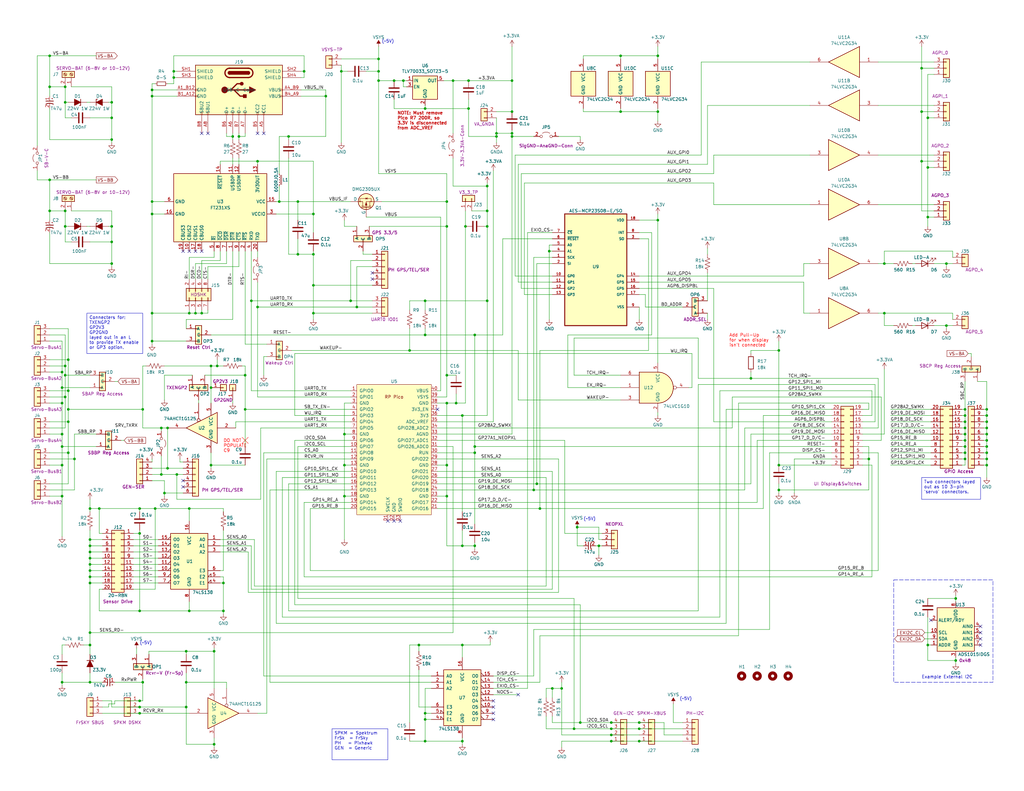
<source format=kicad_sch>
(kicad_sch (version 20230121) (generator eeschema)
  (paper "User" 419.1 323.85)
  (title_block (title "Ack-Ack Control") (date "2024-11-03") (rev "1.0a") (company "SilkyDESIGN - AESilky") (comment 1 "Copyright 2024 AESilky") (comment 3 "a: Change Order for v1.0 boards"))
  (lib_symbols
    (symbol "74xGxx:74AHCT1G125"
      (property "Reference" "U" (at -2.54 3.81 0))
      (property "Value" "74AHCT1G125" (at 0 -3.81 0))
      (symbol "74AHCT1G125_1_1"
        (pin input inverted (at 0 10.16 270) (length 7.62) (name "~") (number "1"))
        (pin input line (at -15.24 0 0) (length 7.62) (name "~") (number "2"))
        (pin power_in line (at -5.08 -10.16 90) (length 5.08) (name "GND") (number "3"))
        (pin tri_state line (at 12.7 0 180) (length 7.62) (name "~") (number "4"))
        (pin power_in line (at -5.08 10.16 270) (length 5.08) (name "VCC") (number "5"))
      )
    )
    (symbol "74xGxx:74LVC1G10"
      (property "Reference" "U" (at -5.08 10.16 0))
      (property "Value" "74LVC1G10" (at 7.62 -10.16 0))
      (symbol "74LVC1G10_1_1"
        (pin input line (at -15.24 0 0) (length 7.62) (name "~") (number "1"))
        (pin power_in line (at 0 -10.16 90) (length 3.81) (name "GND") (number "2"))
        (pin input line (at -15.24 -5.08 0) (length 7.62) (name "~") (number "3"))
        (pin output inverted (at 12.7 0 180) (length 6.35) (name "~") (number "4"))
        (pin power_in line (at 0 10.16 270) (length 3.81) (name "VCC") (number "5"))
        (pin input line (at -15.24 5.08 0) (length 7.62) (name "~") (number "6"))
      )
    )
    (symbol "74xGxx:74LVC2G34"
      (property "Reference" "U" (at 0 7.62 0))
      (property "Value" "74LVC2G34" (at 2.54 -7.62 0))
      (symbol "74LVC2G34_1_1"
        (pin input line (at -15.24 0 0) (length 7.62) (name "~") (number "1"))
        (pin output line (at 12.7 0 180) (length 7.62) (name "~") (number "6"))
      )
      (symbol "74LVC2G34_2_1"
        (pin input line (at -15.24 0 0) (length 7.62) (name "~") (number "3"))
        (pin output line (at 12.7 0 180) (length 7.62) (name "~") (number "4"))
      )
      (symbol "74LVC2G34_3_1"
        (pin power_in line (at 0 -10.16 90) (length 5.08) (name "GND") (number "2"))
        (pin power_in line (at 0 10.16 270) (length 5.08) (name "VCC") (number "5"))
      )
    )
    (symbol "74xx:74LS138" (pin_names (offset 1.016))
      (property "Reference" "U" (at -7.62 11.43 0))
      (property "Value" "74LS138" (at -7.62 -13.97 0))
      (symbol "74LS138_1_0"
        (pin input line (at -12.7 7.62 0) (length 5.08) (name "A0") (number "1"))
        (pin output output_low (at 12.7 -5.08 180) (length 5.08) (name "O5") (number "10"))
        (pin output output_low (at 12.7 -2.54 180) (length 5.08) (name "O4") (number "11"))
        (pin output output_low (at 12.7 0 180) (length 5.08) (name "O3") (number "12"))
        (pin output output_low (at 12.7 2.54 180) (length 5.08) (name "O2") (number "13"))
        (pin output output_low (at 12.7 5.08 180) (length 5.08) (name "O1") (number "14"))
        (pin output output_low (at 12.7 7.62 180) (length 5.08) (name "O0") (number "15"))
        (pin power_in line (at 0 15.24 270) (length 5.08) (name "VCC") (number "16"))
        (pin input line (at -12.7 5.08 0) (length 5.08) (name "A1") (number "2"))
        (pin input line (at -12.7 2.54 0) (length 5.08) (name "A2") (number "3"))
        (pin input input_low (at -12.7 -10.16 0) (length 5.08) (name "E1") (number "4"))
        (pin input input_low (at -12.7 -7.62 0) (length 5.08) (name "E2") (number "5"))
        (pin input line (at -12.7 -5.08 0) (length 5.08) (name "E3") (number "6"))
        (pin output output_low (at 12.7 -10.16 180) (length 5.08) (name "O7") (number "7"))
        (pin power_in line (at 0 -17.78 90) (length 5.08) (name "GND") (number "8"))
        (pin output output_low (at 12.7 -7.62 180) (length 5.08) (name "O6") (number "9"))
      )
    )
    (symbol "AES_Library:AES-MCP23S08-E/SO" (pin_names (offset 1.016))
      (property "Reference" "U" (at -12.7 23.86 0))
      (property "Value" "AES-MCP23S08-E/SO" (at -12.7 -26.86 0))
      (symbol "AES-MCP23S08-E/SO_0_0"
        (pin input line (at -17.78 5.08 0) (length 5.08) (name "SCK") (number "1"))
        (pin bidirectional line (at -17.78 -2.54 0) (length 5.08) (name "GP0") (number "10"))
        (pin bidirectional line (at -17.78 -5.08 0) (length 5.08) (name "GP1") (number "11"))
        (pin bidirectional line (at -17.78 -7.62 0) (length 5.08) (name "GP2") (number "12"))
        (pin bidirectional line (at -17.78 -10.16 0) (length 5.08) (name "GP3") (number "13"))
        (pin bidirectional line (at 17.78 -2.54 180) (length 5.08) (name "GP4") (number "14"))
        (pin bidirectional line (at 17.78 -5.08 180) (length 5.08) (name "GP5") (number "15"))
        (pin bidirectional line (at 17.78 -7.62 180) (length 5.08) (name "GP6") (number "16"))
        (pin bidirectional line (at 17.78 -10.16 180) (length 5.08) (name "GP7") (number "17"))
        (pin power_in line (at 17.78 20.32 180) (length 5.08) (name "VDD") (number "18"))
        (pin input line (at -17.78 2.54 0) (length 5.08) (name "SI") (number "2"))
        (pin output line (at 17.78 12.7 180) (length 5.08) (name "SO") (number "3"))
        (pin input line (at -17.78 7.62 0) (length 5.08) (name "A1") (number "4"))
        (pin input line (at -17.78 10.16 0) (length 5.08) (name "A0") (number "5"))
        (pin input line (at -17.78 12.7 0) (length 5.08) (name "~{RESET}") (number "6"))
        (pin input line (at -17.78 15.24 0) (length 5.08) (name "~{CS}") (number "7"))
        (pin output line (at 17.78 15.24 180) (length 5.08) (name "INT") (number "8"))
        (pin power_in line (at 17.78 -15.24 180) (length 5.08) (name "VSS") (number "9"))
      )
    )
    (symbol "AES_Library:AES-Option_A-B"
      (property "Reference" "OP" (at 0 0 0))
      (symbol "AES-Option_A-B_1_0"
        (pin passive line (at 5.08 -5.08 180) (length 3.81) (name "C") (number "2"))
      )
      (symbol "AES-Option_A-B_1_1"
        (pin passive line (at -5.08 -2.54 0) (length 3.81) (name "A") (number "1"))
        (pin passive line (at -5.08 -7.62 0) (length 3.81) (name "B") (number "3"))
      )
    )
    (symbol "AES_Library:AES-Pico" (pin_names (offset 1.016))
      (property "Reference" "U" (at -13.97 27.94 0))
      (property "Value" "AES-Pico" (at 0 19.05 0))
      (symbol "AES-Pico_1_0"
        (text "RP Pico" (at 0 21.59 0) (effects (font (size 1.27 1.27))))
      )
      (symbol "AES-Pico_1_1"
        (pin bidirectional line (at -17.78 24.13 0) (length 2.54) (name "GPIO0") (number "1"))
        (pin bidirectional line (at -17.78 1.27 0) (length 2.54) (name "GPIO7") (number "10"))
        (pin bidirectional line (at -17.78 -1.27 0) (length 2.54) (name "GPIO8") (number "11"))
        (pin bidirectional line (at -17.78 -3.81 0) (length 2.54) (name "GPIO9") (number "12"))
        (pin power_in line (at -17.78 -6.35 0) (length 2.54) (name "GND") (number "13"))
        (pin bidirectional line (at -17.78 -8.89 0) (length 2.54) (name "GPIO10") (number "14"))
        (pin bidirectional line (at -17.78 -11.43 0) (length 2.54) (name "GPIO11") (number "15"))
        (pin bidirectional line (at -17.78 -13.97 0) (length 2.54) (name "GPIO12") (number "16"))
        (pin bidirectional line (at -17.78 -16.51 0) (length 2.54) (name "GPIO13") (number "17"))
        (pin power_in line (at -17.78 -19.05 0) (length 2.54) (name "GND") (number "18"))
        (pin bidirectional line (at -17.78 -21.59 0) (length 2.54) (name "GPIO14") (number "19"))
        (pin bidirectional line (at -17.78 21.59 0) (length 2.54) (name "GPIO1") (number "2"))
        (pin bidirectional line (at -17.78 -24.13 0) (length 2.54) (name "GPIO15") (number "20"))
        (pin bidirectional line (at 17.78 -24.13 180) (length 2.54) (name "GPIO16") (number "21"))
        (pin bidirectional line (at 17.78 -21.59 180) (length 2.54) (name "GPIO17") (number "22"))
        (pin power_in line (at 17.78 -19.05 180) (length 2.54) (name "GND") (number "23"))
        (pin bidirectional line (at 17.78 -16.51 180) (length 2.54) (name "GPIO18") (number "24"))
        (pin bidirectional line (at 17.78 -13.97 180) (length 2.54) (name "GPIO19") (number "25"))
        (pin bidirectional line (at 17.78 -11.43 180) (length 2.54) (name "GPIO20") (number "26"))
        (pin bidirectional line (at 17.78 -8.89 180) (length 2.54) (name "GPIO21") (number "27"))
        (pin power_in line (at 17.78 -6.35 180) (length 2.54) (name "GND") (number "28"))
        (pin bidirectional line (at 17.78 -3.81 180) (length 2.54) (name "GPIO22") (number "29"))
        (pin power_in line (at -17.78 19.05 0) (length 2.54) (name "GND") (number "3"))
        (pin input line (at 17.78 -1.27 180) (length 2.54) (name "RUN") (number "30"))
        (pin bidirectional line (at 17.78 1.27 180) (length 2.54) (name "GPIO26_ADC0") (number "31"))
        (pin bidirectional line (at 17.78 3.81 180) (length 2.54) (name "GPIO27_ADC1") (number "32"))
        (pin power_in line (at 17.78 6.35 180) (length 2.54) (name "AGND") (number "33"))
        (pin bidirectional line (at 17.78 8.89 180) (length 2.54) (name "GPIO28_ADC2") (number "34"))
        (pin power_in line (at 17.78 11.43 180) (length 2.54) (name "ADC_VREF") (number "35"))
        (pin power_out line (at 17.78 13.97 180) (length 2.54) (name "3V3") (number "36"))
        (pin input line (at 17.78 16.51 180) (length 2.54) (name "3V3_EN") (number "37"))
        (pin power_in line (at 17.78 19.05 180) (length 2.54) (name "GND") (number "38"))
        (pin power_in line (at 17.78 21.59 180) (length 2.54) (name "VSYS") (number "39"))
        (pin bidirectional line (at -17.78 16.51 0) (length 2.54) (name "GPIO2") (number "4"))
        (pin power_out line (at 17.78 24.13 180) (length 2.54) (name "VBUS") (number "40"))
        (pin bidirectional line (at -17.78 13.97 0) (length 2.54) (name "GPIO3") (number "5"))
        (pin bidirectional line (at -17.78 11.43 0) (length 2.54) (name "GPIO4") (number "6"))
        (pin bidirectional line (at -17.78 8.89 0) (length 2.54) (name "GPIO5") (number "7"))
        (pin power_in line (at -17.78 6.35 0) (length 2.54) (name "GND") (number "8"))
        (pin bidirectional line (at -17.78 3.81 0) (length 2.54) (name "GPIO6") (number "9"))
        (pin input line (at -2.54 -29.21 90) (length 2.54) (name "SWCLK") (number "D1"))
        (pin power_in line (at 0 -29.21 90) (length 2.54) (name "GND") (number "D2"))
        (pin bidirectional line (at 2.54 -29.21 90) (length 2.54) (name "SWDIO") (number "D3"))
      )
    )
    (symbol "AES_Library:AES-USB-C-Amph_GSB1C46X"
      (property "Reference" "J" (at 0 11.43 0))
      (symbol "AES-USB-C-Amph_GSB1C46X_1_1"
        (pin passive line (at -25.4 0 0) (length 7.62) (name "GND") (number "A1_B12"))
        (pin passive line (at 25.4 0 180) (length 7.62) (name "VBUS") (number "A4_B9"))
        (pin bidirectional line (at 10.16 -17.78 90) (length 7.62) (name "CC1") (number "A5"))
        (pin bidirectional line (at -2.54 -17.78 90) (length 7.62) (name "D+") (number "A6"))
        (pin bidirectional line (at 2.54 -17.78 90) (length 7.62) (name "D-") (number "A7"))
        (pin bidirectional line (at -12.7 -17.78 90) (length 7.62) (name "SBU1") (number "A8"))
        (pin passive line (at -25.4 -2.54 0) (length 7.62) (name "GND") (number "B1_A12"))
        (pin passive line (at 25.4 -2.54 180) (length 7.62) (name "VBUS") (number "B4_A9"))
        (pin bidirectional line (at 7.62 -17.78 90) (length 7.62) (name "CC2") (number "B5"))
        (pin bidirectional line (at -5.08 -17.78 90) (length 7.62) (name "D+") (number "B6"))
        (pin bidirectional line (at 0 -17.78 90) (length 7.62) (name "D-") (number "B7"))
        (pin bidirectional line (at -15.24 -17.78 90) (length 7.62) (name "SBU2") (number "B8"))
        (pin passive line (at -25.4 7.62 0) (length 7.62) (name "SHIELD") (number "SH1"))
        (pin passive line (at 25.4 7.62 180) (length 7.62) (name "SHIELD") (number "SH2"))
        (pin passive line (at -25.4 5.08 0) (length 7.62) (name "SHIELD") (number "SH3"))
        (pin passive line (at 25.4 5.08 180) (length 7.62) (name "SHIELD") (number "SH4"))
      )
    )
    (symbol "AES_Library:DMG2305UX-AES" (pin_numbers hide) (pin_names (offset 0))
      (property "Reference" "Q" (at -2.54 3.81 0))
      (property "Value" "DMG2305UX-AES" (at 12.7 3.81 0))
      (symbol "DMG2305UX-AES_1_1"
        (pin input line (at -6.35 0 0) (length 3.81) (name "G") (number "1"))
        (pin passive line (at 0 -6.35 90) (length 3.81) (name "S") (number "2"))
        (pin passive line (at 0 6.35 270) (length 3.81) (name "D") (number "3"))
      )
    )
    (symbol "AES_Library:VSYS" (power) (pin_numbers hide) (pin_names (offset 0) hide) (in_bom no) (on_board no)
      (property "Value" "VSYS" (at 0 3.81 0))
      (symbol "VSYS_1_1"
        (pin power_in line (at 0 0 90) (length 0) hide (name "VSYS") (number "1"))
      )
    )
    (symbol "Analog_ADC:ADS1015IDGS"
      (property "Reference" "U" (at 2.54 13.97 0))
      (property "Value" "ADS1015IDGS" (at 7.62 11.43 0))
      (symbol "ADS1015IDGS_1_1"
        (pin input line (at 10.16 -5.08 180) (length 2.54) (name "ADDR") (number "1"))
        (pin input line (at 10.16 0 180) (length 2.54) (name "SCL") (number "10"))
        (pin output line (at 10.16 5.08 180) (length 2.54) (name "ALERT/RDY") (number "2"))
        (pin power_in line (at 0 -10.16 90) (length 2.54) (name "GND") (number "3"))
        (pin input line (at -10.16 2.54 0) (length 2.54) (name "AIN0") (number "4"))
        (pin input line (at -10.16 0 0) (length 2.54) (name "AIN1") (number "5"))
        (pin input line (at -10.16 -2.54 0) (length 2.54) (name "AIN2") (number "6"))
        (pin input line (at -10.16 -5.08 0) (length 2.54) (name "AIN3") (number "7"))
        (pin power_in line (at 0 12.7 270) (length 2.54) (name "VDD") (number "8"))
        (pin bidirectional line (at 10.16 -2.54 180) (length 2.54) (name "SDA") (number "9"))
      )
    )
    (symbol "C_Polarized_Small_US_1" (pin_names (offset 0.254) hide)
      (property "Reference" "C" (at 0.254 1.778 0))
      (property "Value" "C_Polarized_Small_US" (at 0.254 -2.032 0))
      (symbol "C_Polarized_Small_US_1_1_1"
        (pin passive line (at 0 2.54 270) (length 2.032) (name "~") (number "1"))
        (pin passive line (at 0 -2.54 90) (length 2.032) (name "~") (number "2"))
      )
    )
    (symbol "C_Polarized_Small_US_2" (pin_names (offset 0.254) hide)
      (property "Reference" "C" (at 0.254 1.778 0))
      (property "Value" "C_Polarized_Small_US" (at 0.254 -2.032 0))
      (symbol "C_Polarized_Small_US_2_1_1"
        (pin passive line (at 0 2.54 270) (length 2.032) (name "~") (number "1"))
        (pin passive line (at 0 -2.54 90) (length 2.032) (name "~") (number "2"))
      )
    )
    (symbol "C_Polarized_Small_US_3" (pin_names (offset 0.254) hide)
      (property "Reference" "C" (at 0.254 1.778 0))
      (property "Value" "C_Polarized_Small_US" (at 0.254 -2.032 0))
      (symbol "C_Polarized_Small_US_3_1_1"
        (pin passive line (at 0 2.54 270) (length 2.032) (name "~") (number "1"))
        (pin passive line (at 0 -2.54 90) (length 2.032) (name "~") (number "2"))
      )
    )
    (symbol "Connector:Screw_Terminal_01x02" (pin_names (offset 1.016) hide)
      (property "Reference" "J" (at 0 2.54 0))
      (property "Value" "Screw_Terminal_01x02" (at 0 -5.08 0))
      (symbol "Screw_Terminal_01x02_1_1"
        (pin passive line (at -5.08 0 0) (length 3.81) (name "Pin_1") (number "1"))
        (pin passive line (at -5.08 -2.54 0) (length 3.81) (name "Pin_2") (number "2"))
      )
    )
    (symbol "Connector_Generic:Conn_01x01" (pin_names (offset 1.016) hide)
      (property "Reference" "J" (at 0 2.54 0))
      (property "Value" "Conn_01x01" (at 0 -2.54 0))
      (symbol "Conn_01x01_1_1"
        (pin passive line (at -5.08 0 0) (length 3.81) (name "Pin_1") (number "1"))
      )
    )
    (symbol "Connector_Generic:Conn_01x02" (pin_names (offset 1.016) hide)
      (property "Reference" "J" (at 0 2.54 0))
      (property "Value" "Conn_01x02" (at 0 -5.08 0))
      (symbol "Conn_01x02_1_1"
        (pin passive line (at -5.08 0 0) (length 3.81) (name "Pin_1") (number "1"))
        (pin passive line (at -5.08 -2.54 0) (length 3.81) (name "Pin_2") (number "2"))
      )
    )
    (symbol "Connector_Generic:Conn_01x03" (pin_names (offset 1.016) hide)
      (property "Reference" "J" (at 0 5.08 0))
      (property "Value" "Conn_01x03" (at 0 -5.08 0))
      (symbol "Conn_01x03_1_1"
        (pin passive line (at -5.08 2.54 0) (length 3.81) (name "Pin_1") (number "1"))
        (pin passive line (at -5.08 0 0) (length 3.81) (name "Pin_2") (number "2"))
        (pin passive line (at -5.08 -2.54 0) (length 3.81) (name "Pin_3") (number "3"))
      )
    )
    (symbol "Connector_Generic:Conn_01x04" (pin_names (offset 1.016) hide)
      (property "Reference" "J" (at 0 5.08 0))
      (property "Value" "Conn_01x04" (at 0 -7.62 0))
      (symbol "Conn_01x04_1_1"
        (pin passive line (at -5.08 2.54 0) (length 3.81) (name "Pin_1") (number "1"))
        (pin passive line (at -5.08 0 0) (length 3.81) (name "Pin_2") (number "2"))
        (pin passive line (at -5.08 -2.54 0) (length 3.81) (name "Pin_3") (number "3"))
        (pin passive line (at -5.08 -5.08 0) (length 3.81) (name "Pin_4") (number "4"))
      )
    )
    (symbol "Connector_Generic:Conn_01x06" (pin_names (offset 1.016) hide)
      (property "Reference" "J" (at 0 7.62 0))
      (property "Value" "Conn_01x06" (at 0 -10.16 0))
      (symbol "Conn_01x06_1_1"
        (pin passive line (at -5.08 5.08 0) (length 3.81) (name "Pin_1") (number "1"))
        (pin passive line (at -5.08 2.54 0) (length 3.81) (name "Pin_2") (number "2"))
        (pin passive line (at -5.08 0 0) (length 3.81) (name "Pin_3") (number "3"))
        (pin passive line (at -5.08 -2.54 0) (length 3.81) (name "Pin_4") (number "4"))
        (pin passive line (at -5.08 -5.08 0) (length 3.81) (name "Pin_5") (number "5"))
        (pin passive line (at -5.08 -7.62 0) (length 3.81) (name "Pin_6") (number "6"))
      )
    )
    (symbol "Connector_Generic:Conn_01x10" (pin_names (offset 1.016) hide)
      (property "Reference" "J" (at 0 12.7 0))
      (property "Value" "Conn_01x10" (at 0 -15.24 0))
      (symbol "Conn_01x10_1_1"
        (pin passive line (at -5.08 10.16 0) (length 3.81) (name "Pin_1") (number "1"))
        (pin passive line (at -5.08 -12.7 0) (length 3.81) (name "Pin_10") (number "10"))
        (pin passive line (at -5.08 7.62 0) (length 3.81) (name "Pin_2") (number "2"))
        (pin passive line (at -5.08 5.08 0) (length 3.81) (name "Pin_3") (number "3"))
        (pin passive line (at -5.08 2.54 0) (length 3.81) (name "Pin_4") (number "4"))
        (pin passive line (at -5.08 0 0) (length 3.81) (name "Pin_5") (number "5"))
        (pin passive line (at -5.08 -2.54 0) (length 3.81) (name "Pin_6") (number "6"))
        (pin passive line (at -5.08 -5.08 0) (length 3.81) (name "Pin_7") (number "7"))
        (pin passive line (at -5.08 -7.62 0) (length 3.81) (name "Pin_8") (number "8"))
        (pin passive line (at -5.08 -10.16 0) (length 3.81) (name "Pin_9") (number "9"))
      )
    )
    (symbol "Connector_Generic:Conn_02x04_Odd_Even" (pin_names (offset 1.016) hide)
      (property "Reference" "J" (at 1.27 5.08 0))
      (property "Value" "Conn_02x04_Odd_Even" (at 1.27 -7.62 0))
      (symbol "Conn_02x04_Odd_Even_1_1"
        (pin passive line (at -5.08 2.54 0) (length 3.81) (name "Pin_1") (number "1"))
        (pin passive line (at 7.62 2.54 180) (length 3.81) (name "Pin_2") (number "2"))
        (pin passive line (at -5.08 0 0) (length 3.81) (name "Pin_3") (number "3"))
        (pin passive line (at 7.62 0 180) (length 3.81) (name "Pin_4") (number "4"))
        (pin passive line (at -5.08 -2.54 0) (length 3.81) (name "Pin_5") (number "5"))
        (pin passive line (at 7.62 -2.54 180) (length 3.81) (name "Pin_6") (number "6"))
        (pin passive line (at -5.08 -5.08 0) (length 3.81) (name "Pin_7") (number "7"))
        (pin passive line (at 7.62 -5.08 180) (length 3.81) (name "Pin_8") (number "8"))
      )
    )
    (symbol "Connector_Generic:Conn_02x10_Odd_Even" (pin_names (offset 1.016) hide)
      (property "Reference" "J" (at 1.27 12.7 0))
      (property "Value" "Conn_02x10_Odd_Even" (at 1.27 -15.24 0))
      (symbol "Conn_02x10_Odd_Even_1_1"
        (pin passive line (at -5.08 10.16 0) (length 3.81) (name "Pin_1") (number "1"))
        (pin passive line (at 7.62 0 180) (length 3.81) (name "Pin_10") (number "10"))
        (pin passive line (at -5.08 -2.54 0) (length 3.81) (name "Pin_11") (number "11"))
        (pin passive line (at 7.62 -2.54 180) (length 3.81) (name "Pin_12") (number "12"))
        (pin passive line (at -5.08 -5.08 0) (length 3.81) (name "Pin_13") (number "13"))
        (pin passive line (at 7.62 -5.08 180) (length 3.81) (name "Pin_14") (number "14"))
        (pin passive line (at -5.08 -7.62 0) (length 3.81) (name "Pin_15") (number "15"))
        (pin passive line (at 7.62 -7.62 180) (length 3.81) (name "Pin_16") (number "16"))
        (pin passive line (at -5.08 -10.16 0) (length 3.81) (name "Pin_17") (number "17"))
        (pin passive line (at 7.62 -10.16 180) (length 3.81) (name "Pin_18") (number "18"))
        (pin passive line (at -5.08 -12.7 0) (length 3.81) (name "Pin_19") (number "19"))
        (pin passive line (at 7.62 10.16 180) (length 3.81) (name "Pin_2") (number "2"))
        (pin passive line (at 7.62 -12.7 180) (length 3.81) (name "Pin_20") (number "20"))
        (pin passive line (at -5.08 7.62 0) (length 3.81) (name "Pin_3") (number "3"))
        (pin passive line (at 7.62 7.62 180) (length 3.81) (name "Pin_4") (number "4"))
        (pin passive line (at -5.08 5.08 0) (length 3.81) (name "Pin_5") (number "5"))
        (pin passive line (at 7.62 5.08 180) (length 3.81) (name "Pin_6") (number "6"))
        (pin passive line (at -5.08 2.54 0) (length 3.81) (name "Pin_7") (number "7"))
        (pin passive line (at 7.62 2.54 180) (length 3.81) (name "Pin_8") (number "8"))
        (pin passive line (at -5.08 0 0) (length 3.81) (name "Pin_9") (number "9"))
      )
    )
    (symbol "Device:C" (pin_numbers hide) (pin_names (offset 0.254))
      (property "Reference" "C" (at 0.635 2.54 0))
      (property "Value" "C" (at 0.635 -2.54 0))
      (symbol "C_1_1"
        (pin passive line (at 0 3.81 270) (length 2.794) (name "~") (number "1"))
        (pin passive line (at 0 -3.81 90) (length 2.794) (name "~") (number "2"))
      )
    )
    (symbol "Device:C_Polarized_Small_US" (pin_names (offset 0.254) hide)
      (property "Reference" "C" (at 0.254 1.778 0))
      (property "Value" "C_Polarized_Small_US" (at 0.254 -2.032 0))
      (symbol "C_Polarized_Small_US_1_1"
        (pin passive line (at 0 2.54 270) (length 2.032) (name "~") (number "1"))
        (pin passive line (at 0 -2.54 90) (length 2.032) (name "~") (number "2"))
      )
    )
    (symbol "Device:D_Zener_Filled" (pin_numbers hide) (pin_names (offset 1.016) hide)
      (property "Reference" "D" (at 0 2.54 0))
      (property "Value" "D_Zener_Filled" (at 0 -2.54 0))
      (symbol "D_Zener_Filled_1_1"
        (pin passive line (at -3.81 0 0) (length 2.54) (name "K") (number "1"))
        (pin passive line (at 3.81 0 180) (length 2.54) (name "A") (number "2"))
      )
    )
    (symbol "Device:LED" (pin_numbers hide) (pin_names (offset 1.016) hide)
      (property "Reference" "D" (at 0 2.54 0))
      (property "Value" "LED" (at 0 -2.54 0))
      (symbol "LED_1_1"
        (pin passive line (at -3.81 0 0) (length 2.54) (name "K") (number "1"))
        (pin passive line (at 3.81 0 180) (length 2.54) (name "A") (number "2"))
      )
    )
    (symbol "Device:L_Ferrite_Small" (pin_numbers hide) (pin_names (offset 0.254) hide)
      (property "Reference" "L" (at 1.27 1.016 0))
      (property "Value" "L_Ferrite_Small" (at 1.27 -1.27 0))
      (symbol "L_Ferrite_Small_1_1"
        (pin passive line (at 0 2.54 270) (length 0.508) (name "~") (number "1"))
        (pin passive line (at 0 -2.54 90) (length 0.508) (name "~") (number "2"))
      )
    )
    (symbol "Device:R" (pin_numbers hide) (pin_names (offset 0))
      (property "Reference" "R" (at 2.032 0 90))
      (property "Value" "R" (at 0 0 90))
      (symbol "R_1_1"
        (pin passive line (at 0 3.81 270) (length 1.27) (name "~") (number "1"))
        (pin passive line (at 0 -3.81 90) (length 1.27) (name "~") (number "2"))
      )
    )
    (symbol "Device:R_Small" (pin_numbers hide) (pin_names (offset 0.254) hide)
      (property "Reference" "R" (at 0.762 0.508 0))
      (property "Value" "R_Small" (at 0.762 -1.016 0))
      (symbol "R_Small_1_1"
        (pin passive line (at 0 2.54 270) (length 0.762) (name "~") (number "1"))
        (pin passive line (at 0 -2.54 90) (length 0.762) (name "~") (number "2"))
      )
    )
    (symbol "Device:R_US" (pin_numbers hide) (pin_names (offset 0))
      (property "Reference" "R" (at 2.54 0 90))
      (property "Value" "R_US" (at -2.54 0 90))
      (symbol "R_US_1_1"
        (pin passive line (at 0 3.81 270) (length 1.27) (name "~") (number "1"))
        (pin passive line (at 0 -3.81 90) (length 1.27) (name "~") (number "2"))
      )
    )
    (symbol "Interface_USB:FT231XS"
      (property "Reference" "U" (at -13.97 20.32 0))
      (property "Value" "FT231XS" (at 7.62 20.32 0))
      (symbol "FT231XS_1_1"
        (pin output line (at 17.78 5.08 180) (length 3.81) (name "~{DTR}") (number "1"))
        (pin bidirectional line (at 17.78 -12.7 180) (length 3.81) (name "CBUS2") (number "10"))
        (pin bidirectional line (at -17.78 5.08 0) (length 3.81) (name "USBDP") (number "11"))
        (pin bidirectional line (at -17.78 7.62 0) (length 3.81) (name "USBDM") (number "12"))
        (pin power_out line (at -17.78 15.24 0) (length 3.81) (name "3V3OUT") (number "13"))
        (pin input line (at -17.78 0 0) (length 3.81) (name "~{RESET}") (number "14"))
        (pin power_in line (at -2.54 22.86 270) (length 3.81) (name "VCC") (number "15"))
        (pin power_in line (at 2.54 -22.86 90) (length 3.81) (name "GND") (number "16"))
        (pin bidirectional line (at 17.78 -10.16 180) (length 3.81) (name "CBUS1") (number "17"))
        (pin bidirectional line (at 17.78 -7.62 180) (length 3.81) (name "CBUS0") (number "18"))
        (pin bidirectional line (at 17.78 -15.24 180) (length 3.81) (name "CBUS3") (number "19"))
        (pin output line (at 17.78 10.16 180) (length 3.81) (name "~{RTS}") (number "2"))
        (pin output line (at 17.78 15.24 180) (length 3.81) (name "TXD") (number "20"))
        (pin power_in line (at 2.54 22.86 270) (length 3.81) (name "VCCIO") (number "3"))
        (pin input line (at 17.78 12.7 180) (length 3.81) (name "RXD") (number "4"))
        (pin input line (at 17.78 -2.54 180) (length 3.81) (name "~{RI}") (number "5"))
        (pin power_in line (at -2.54 -22.86 90) (length 3.81) (name "GND") (number "6"))
        (pin input line (at 17.78 2.54 180) (length 3.81) (name "~{DSR}") (number "7"))
        (pin input line (at 17.78 0 180) (length 3.81) (name "~{DCD}") (number "8"))
        (pin input line (at 17.78 7.62 180) (length 3.81) (name "~{CTS}") (number "9"))
      )
    )
    (symbol "Jumper:Jumper_2_Open" (pin_names (offset 0) hide)
      (property "Reference" "JP" (at 0 2.794 0))
      (property "Value" "Jumper_2_Open" (at 0 -2.286 0))
      (symbol "Jumper_2_Open_1_1"
        (pin passive line (at -5.08 0 0) (length 2.54) (name "A") (number "1"))
        (pin passive line (at 5.08 0 180) (length 2.54) (name "B") (number "2"))
      )
    )
    (symbol "Mechanical:MountingHole" (pin_names (offset 1.016))
      (property "Reference" "H" (at 0 5.08 0))
      (property "Value" "MountingHole" (at 0 3.175 0))
    )
    (symbol "Regulator_Linear:TLV70033_SOT23-5" (pin_names (offset 0.254))
      (property "Reference" "U" (at -3.81 5.715 0))
      (property "Value" "TLV70033_SOT23-5" (at 0 5.715 0))
      (symbol "TLV70033_SOT23-5_1_1"
        (pin power_in line (at -7.62 2.54 0) (length 2.54) (name "IN") (number "1"))
        (pin power_in line (at 0 -7.62 90) (length 2.54) (name "GND") (number "2"))
        (pin input line (at -7.62 0 0) (length 2.54) (name "EN") (number "3"))
        (pin no_connect line (at 5.08 0 180) (length 2.54) hide (name "NC") (number "4"))
        (pin power_out line (at 7.62 2.54 180) (length 2.54) (name "OUT") (number "5"))
      )
    )
    (symbol "power:+3.3V" (power) (pin_names (offset 0))
      (property "Value" "+3.3V" (at 0 3.556 0))
      (symbol "+3.3V_1_1"
        (pin power_in line (at 0 0 90) (length 0) hide (name "+3.3V") (number "1"))
      )
    )
    (symbol "power:+3.3VA" (power) (pin_names (offset 0))
      (property "Value" "+3.3VA" (at 0 3.556 0))
      (symbol "+3.3VA_1_1"
        (pin power_in line (at 0 0 90) (length 0) hide (name "+3.3VA") (number "1"))
      )
    )
    (symbol "power:GND" (power) (pin_names (offset 0))
      (property "Value" "GND" (at 0 -3.81 0))
      (symbol "GND_1_1"
        (pin power_in line (at 0 0 270) (length 0) hide (name "GND") (number "1"))
      )
    )
    (symbol "power:GNDA" (power) (pin_names (offset 0))
      (property "Value" "GNDA" (at 0 -3.81 0))
      (symbol "GNDA_1_1"
        (pin power_in line (at 0 0 270) (length 0) hide (name "GNDA") (number "1"))
      )
    )
  )
  (junction (at 250.19 300.99))
  (junction (at 189.23 170.18))
  (junction (at 57.15 208.28))
  (junction (at 182.88 153.67))
  (junction (at 57.15 250.19))
  (junction (at 194.31 182.88))
  (junction (at 62.23 139.7))
  (junction (at 118.11 55.88))
  (junction (at 25.4 279.4))
  (junction (at 67.31 201.93))
  (junction (at 171.45 264.16))
  (junction (at 361.95 128.27))
  (junction (at 62.23 128.27))
  (junction (at 191.77 44.45))
  (junction (at 27.94 185.42))
  (junction (at 391.16 245.11))
  (junction (at 102.87 123.19))
  (junction (at 182.88 203.2))
  (junction (at 209.55 54.61))
  (junction (at 133.35 39.37))
  (junction (at 20.32 22.86))
  (junction (at 146.05 125.73))
  (junction (at 379.73 48.26))
  (junction (at 87.63 266.7))
  (junction (at 394.97 177.8))
  (junction (at 403.86 190.5))
  (junction (at 26.67 86.36))
  (junction (at 25.4 165.1))
  (junction (at 224.79 102.87))
  (junction (at 97.79 55.88))
  (junction (at 66.04 194.31))
  (junction (at 254 45.72))
  (junction (at 26.67 41.91))
  (junction (at 226.06 281.94))
  (junction (at 377.19 45.72))
  (junction (at 36.83 220.98))
  (junction (at 403.86 182.88))
  (junction (at 209.55 45.72))
  (junction (at 250.19 298.45))
  (junction (at 199.39 123.19))
  (junction (at 121.92 82.55))
  (junction (at 403.86 180.34))
  (junction (at 105.41 125.73))
  (junction (at 20.32 73.66))
  (junction (at 186.69 165.1))
  (junction (at 36.83 231.14))
  (junction (at 36.83 259.08))
  (junction (at 25.4 203.2))
  (junction (at 80.01 128.27))
  (junction (at 36.83 233.68))
  (junction (at 27.94 172.72))
  (junction (at 128.27 128.27))
  (junction (at 68.58 175.26))
  (junction (at 182.88 82.55))
  (junction (at 100.33 167.64))
  (junction (at 76.2 266.7))
  (junction (at 194.31 137.16))
  (junction (at 394.97 187.96))
  (junction (at 128.27 116.84))
  (junction (at 27.94 147.32))
  (junction (at 77.47 128.27))
  (junction (at 128.27 104.14))
  (junction (at 261.62 295.91))
  (junction (at 194.31 223.52))
  (junction (at 68.58 191.77))
  (junction (at 173.99 303.53))
  (junction (at 140.97 203.2))
  (junction (at 191.77 33.02))
  (junction (at 26.67 153.67))
  (junction (at 269.24 90.17))
  (junction (at 394.97 170.18))
  (junction (at 62.23 82.55))
  (junction (at 237.49 295.91))
  (junction (at 403.86 175.26))
  (junction (at 71.12 31.75))
  (junction (at 20.32 86.36))
  (junction (at 254 22.86))
  (junction (at 140.97 177.8))
  (junction (at 88.9 149.86))
  (junction (at 379.73 264.16))
  (junction (at 261.62 303.53))
  (junction (at 173.99 137.16))
  (junction (at 199.39 76.2))
  (junction (at 209.55 55.88))
  (junction (at 209.55 33.02))
  (junction (at 71.12 29.21))
  (junction (at 45.72 92.71))
  (junction (at 361.95 107.95))
  (junction (at 154.94 24.13))
  (junction (at 269.24 45.72))
  (junction (at 25.4 182.88))
  (junction (at 394.97 185.42))
  (junction (at 25.4 177.8))
  (junction (at 26.67 35.56))
  (junction (at 403.86 177.8))
  (junction (at 121.92 104.14))
  (junction (at 161.29 33.02))
  (junction (at 165.1 33.02))
  (junction (at 154.94 33.02))
  (junction (at 189.23 264.16))
  (junction (at 45.72 107.95))
  (junction (at 36.83 228.6))
  (junction (at 45.72 41.91))
  (junction (at 391.16 270.51))
  (junction (at 57.15 289.56))
  (junction (at 173.99 44.45))
  (junction (at 318.77 190.5))
  (junction (at 218.44 200.66))
  (junction (at 185.42 33.02))
  (junction (at 154.94 29.21))
  (junction (at 86.36 149.86))
  (junction (at 173.99 292.1))
  (junction (at 189.23 303.53))
  (junction (at 403.86 172.72))
  (junction (at 203.2 54.61))
  (junction (at 36.83 238.76))
  (junction (at 394.97 172.72))
  (junction (at 76.2 279.4))
  (junction (at 203.2 55.88))
  (junction (at 82.55 128.27))
  (junction (at 394.97 167.64))
  (junction (at 190.5 92.71))
  (junction (at 403.86 167.64))
  (junction (at 26.67 149.86))
  (junction (at 95.25 55.88))
  (junction (at 182.88 190.5))
  (junction (at 36.83 279.4))
  (junction (at 86.36 190.5))
  (junction (at 318.77 200.66))
  (junction (at 45.72 48.26))
  (junction (at 128.27 87.63))
  (junction (at 72.39 194.31))
  (junction (at 220.98 208.28))
  (junction (at 403.86 187.96))
  (junction (at 379.73 88.9))
  (junction (at 62.23 39.37))
  (junction (at 26.67 92.71))
  (junction (at 57.15 292.1))
  (junction (at 377.19 27.94))
  (junction (at 26.67 162.56))
  (junction (at 199.39 86.36))
  (junction (at 139.7 29.21))
  (junction (at 25.4 190.5))
  (junction (at 403.86 185.42))
  (junction (at 234.95 298.45))
  (junction (at 219.71 198.12))
  (junction (at 91.44 238.76))
  (junction (at 377.19 66.04))
  (junction (at 77.47 208.28))
  (junction (at 36.83 264.16))
  (junction (at 167.64 143.51))
  (junction (at 182.88 92.71))
  (junction (at 403.86 170.18))
  (junction (at 36.83 223.52))
  (junction (at 77.47 250.19))
  (junction (at 100.33 153.67))
  (junction (at 140.97 190.5))
  (junction (at 307.34 154.94))
  (junction (at 182.88 165.1))
  (junction (at 20.32 35.56))
  (junction (at 58.42 279.4))
  (junction (at 27.94 160.02))
  (junction (at 87.63 304.8))
  (junction (at 379.73 68.58))
  (junction (at 57.15 218.44))
  (junction (at 36.83 236.22))
  (junction (at 194.31 185.42))
  (junction (at 355.6 187.96))
  (junction (at 387.35 107.95))
  (junction (at 40.64 208.28))
  (junction (at 173.99 123.19))
  (junction (at 63.5 208.28))
  (junction (at 62.23 36.83))
  (junction (at 250.19 295.91))
  (junction (at 45.72 99.06))
  (junction (at 36.83 208.28))
  (junction (at 236.22 215.9))
  (junction (at 25.4 158.75))
  (junction (at 229.87 281.94))
  (junction (at 114.3 82.55))
  (junction (at 57.15 287.02))
  (junction (at 45.72 57.15))
  (junction (at 189.23 223.52))
  (junction (at 66.04 175.26))
  (junction (at 124.46 29.21))
  (junction (at 76.2 289.56))
  (junction (at 86.36 158.75))
  (junction (at 62.23 87.63))
  (junction (at 105.41 66.04))
  (junction (at 30.48 187.96))
  (junction (at 261.62 298.45))
  (junction (at 27.94 167.64))
  (junction (at 245.11 223.52))
  (junction (at 318.77 143.51))
  (junction (at 394.97 175.26))
  (junction (at 25.4 152.4))
  (junction (at 394.97 182.88))
  (junction (at 394.97 180.34))
  (junction (at 58.42 167.64))
  (junction (at 269.24 22.86))
  (junction (at 173.99 294.64))
  (junction (at 143.51 123.19))
  (junction (at 91.44 250.19))
  (junction (at 387.35 133.35))
  (junction (at 250.19 303.53))
  (junction (at 36.83 226.06))
  (junction (at 199.39 92.71))
  (no_connect (at 80.01 102.87))
  (no_connect (at 152.4 111.76))
  (no_connect (at 82.55 102.87))
  (no_connect (at 158.75 213.36))
  (no_connect (at 152.4 114.3))
  (no_connect (at 401.32 261.62))
  (no_connect (at 82.55 54.61))
  (no_connect (at 201.93 289.56))
  (no_connect (at 161.29 213.36))
  (no_connect (at 201.93 292.1))
  (no_connect (at 163.83 213.36))
  (no_connect (at 105.41 54.61))
  (no_connect (at 74.93 196.85))
  (no_connect (at 401.32 259.08))
  (no_connect (at 401.32 264.16))
  (no_connect (at 74.93 102.87))
  (no_connect (at 107.95 54.61))
  (no_connect (at 401.32 256.54))
  (no_connect (at 201.93 287.02))
  (no_connect (at 201.93 294.64))
  (no_connect (at 85.09 54.61))
  (no_connect (at 74.93 199.39))
  (no_connect (at 212.09 284.48))
  (no_connect (at 381 254))
  (no_connect (at 179.07 167.64))
  (no_connect (at 77.47 102.87))
  (wire (pts (xy 179.07 177.8) (xy 209.55 177.8)))
  (wire (pts (xy 118.11 64.77) (xy 118.11 104.14)))
  (wire (pts (xy 36.83 259.08) (xy 185.42 259.08)))
  (wire (pts (xy 355.6 167.64) (xy 355.6 165.1)))
  (wire (pts (xy 27.94 172.72) (xy 27.94 185.42)))
  (wire (pts (xy 360.68 180.34) (xy 360.68 162.56)))
  (wire (pts (xy 106.68 175.26) (xy 143.51 175.26)))
  (wire (pts (xy 102.87 123.19) (xy 143.51 123.19)))
  (wire (pts (xy 36.83 228.6) (xy 41.91 228.6)))
  (wire (pts (xy 226.06 95.25) (xy 215.9 95.25)))
  (wire (pts (xy 394.97 175.26) (xy 394.97 177.8)))
  (wire (pts (xy 285.75 157.48) (xy 358.14 157.48)))
  (wire (pts (xy 71.12 31.75) (xy 71.12 34.29)))
  (wire (pts (xy 26.67 86.36) (xy 26.67 92.71)))
  (wire (pts (xy 359.41 233.68) (xy 359.41 185.42)))
  (wire (pts (xy 90.17 106.68) (xy 90.17 102.87)))
  (wire (pts (xy 213.36 118.11) (xy 226.06 118.11)))
  (wire (pts (xy 101.6 242.57) (xy 101.6 226.06)))
  (wire (pts (xy 228.6 187.96) (xy 228.6 242.57)))
  (wire (pts (xy 389.89 128.27) (xy 361.95 128.27)))
  (wire (pts (xy 151.13 92.71) (xy 182.88 92.71)))
  (wire (pts (xy 120.65 144.78) (xy 120.65 170.18)))
  (wire (pts (xy 377.19 45.72) (xy 377.19 66.04)))
  (wire (pts (xy 143.51 208.28) (xy 127 208.28)))
  (wire (pts (xy 238.76 223.52) (xy 236.22 223.52)))
  (wire (pts (xy 25.4 165.1) (xy 25.4 177.8)))
  (wire (pts (xy 80.01 107.95) (xy 80.01 114.3)))
  (wire (pts (xy 128.27 116.84) (xy 128.27 128.27)))
  (wire (pts (xy 226.06 105.41) (xy 218.44 105.41)))
  (wire (pts (xy 128.27 104.14) (xy 128.27 116.84)))
  (wire (pts (xy 143.51 185.42) (xy 107.95 185.42)))
  (wire (pts (xy 269.24 90.17) (xy 269.24 148.59)))
  (wire (pts (xy 139.7 29.21) (xy 139.7 58.42)))
  (wire (pts (xy 269.24 44.45) (xy 269.24 45.72)))
  (wire (pts (xy 45.72 92.71) (xy 44.45 92.71)))
  (wire (pts (xy 104.14 240.03) (xy 104.14 220.98)))
  (wire (pts (xy 199.39 74.93) (xy 199.39 76.2)))
  (wire (pts (xy 387.35 133.35) (xy 389.89 133.35)))
  (wire (pts (xy 140.97 165.1) (xy 140.97 177.8)))
  (wire (pts (xy 95.25 102.87) (xy 95.25 130.81)))
  (wire (pts (xy 92.71 281.94) (xy 92.71 279.4)))
  (wire (pts (xy 133.35 39.37) (xy 133.35 55.88)))
  (wire (pts (xy 237.49 55.88) (xy 237.49 57.15)))
  (wire (pts (xy 269.24 22.86) (xy 269.24 24.13)))
  (wire (pts (xy 179.07 200.66) (xy 218.44 200.66)))
  (wire (pts (xy 261.62 295.91) (xy 271.78 295.91)))
  (wire (pts (xy 194.31 137.16) (xy 205.74 137.16)))
  (wire (pts (xy 124.46 22.86) (xy 71.12 22.86)))
  (wire (pts (xy 25.4 190.5) (xy 25.4 203.2)))
  (wire (pts (xy 179.07 185.42) (xy 194.31 185.42)))
  (wire (pts (xy 185.42 33.02) (xy 191.77 33.02)))
  (wire (pts (xy 403.86 177.8) (xy 403.86 180.34)))
  (wire (pts (xy 402.59 170.18) (xy 403.86 170.18)))
  (wire (pts (xy 124.46 31.75) (xy 124.46 29.21)))
  (wire (pts (xy 379.73 88.9) (xy 379.73 92.71)))
  (wire (pts (xy 294.64 160.02) (xy 294.64 252.73)))
  (wire (pts (xy 49.53 180.34) (xy 50.8 180.34)))
  (wire (pts (xy 20.32 95.25) (xy 20.32 107.95)))
  (wire (pts (xy 20.32 86.36) (xy 26.67 86.36)))
  (wire (pts (xy 361.95 128.27) (xy 361.95 133.35)))
  (wire (pts (xy 36.83 226.06) (xy 41.91 226.06)))
  (wire (pts (xy 194.31 182.88) (xy 340.36 182.88)))
  (wire (pts (xy 146.05 125.73) (xy 152.4 125.73)))
  (wire (pts (xy 254 44.45) (xy 254 45.72)))
  (wire (pts (xy 171.45 266.7) (xy 171.45 264.16)))
  (wire (pts (xy 76.2 266.7) (xy 76.2 267.97)))
  (wire (pts (xy 57.15 289.56) (xy 76.2 289.56)))
  (wire (pts (xy 285.75 138.43) (xy 234.95 138.43)))
  (wire (pts (xy 121.92 82.55) (xy 143.51 82.55)))
  (wire (pts (xy 289.56 128.27) (xy 289.56 130.81)))
  (wire (pts (xy 113.03 193.04) (xy 143.51 193.04)))
  (wire (pts (xy 353.06 187.96) (xy 355.6 187.96)))
  (wire (pts (xy 62.23 196.85) (xy 67.31 196.85)))
  (wire (pts (xy 36.83 279.4) (xy 36.83 275.59)))
  (wire (pts (xy 100.33 149.86) (xy 99.06 149.86)))
  (wire (pts (xy 359.41 43.18) (xy 382.27 43.18)))
  (wire (pts (xy 285.75 154.94) (xy 307.34 154.94)))
  (wire (pts (xy 226.06 115.57) (xy 212.09 115.57)))
  (wire (pts (xy 171.45 289.56) (xy 176.53 289.56)))
  (wire (pts (xy 76.2 275.59) (xy 76.2 279.4)))
  (wire (pts (xy 254 24.13) (xy 254 22.86)))
  (wire (pts (xy 27.94 134.62) (xy 27.94 147.32)))
  (wire (pts (xy 199.39 86.36) (xy 199.39 92.71)))
  (wire (pts (xy 72.39 29.21) (xy 71.12 29.21)))
  (wire (pts (xy 87.63 304.8) (xy 87.63 306.07)))
  (wire (pts (xy 403.86 180.34) (xy 403.86 182.88)))
  (wire (pts (xy 20.32 44.45) (xy 20.32 57.15)))
  (wire (pts (xy 36.83 259.08) (xy 36.83 264.16)))
  (wire (pts (xy 393.7 177.8) (xy 394.97 177.8)))
  (wire (pts (xy 152.4 106.68) (xy 143.51 106.68)))
  (wire (pts (xy 191.77 44.45) (xy 191.77 55.88)))
  (wire (pts (xy 281.94 158.75) (xy 283.21 158.75)))
  (wire (pts (xy 237.49 295.91) (xy 250.19 295.91)))
  (wire (pts (xy 80.01 127) (xy 80.01 128.27)))
  (wire (pts (xy 173.99 294.64) (xy 176.53 294.64)))
  (wire (pts (xy 139.7 24.13) (xy 154.94 24.13)))
  (wire (pts (xy 154.94 29.21) (xy 154.94 33.02)))
  (wire (pts (xy 185.42 33.02) (xy 185.42 54.61)))
  (wire (pts (xy 62.23 128.27) (xy 62.23 139.7)))
  (wire (pts (xy 20.32 35.56) (xy 20.32 39.37)))
  (wire (pts (xy 297.18 167.64) (xy 340.36 167.64)))
  (wire (pts (xy 36.83 209.55) (xy 36.83 208.28)))
  (wire (pts (xy 402.59 185.42) (xy 403.86 185.42)))
  (wire (pts (xy 220.98 143.51) (xy 220.98 208.28)))
  (wire (pts (xy 209.55 55.88) (xy 209.55 177.8)))
  (wire (pts (xy 167.64 303.53) (xy 173.99 303.53)))
  (wire (pts (xy 140.97 90.17) (xy 140.97 92.71)))
  (wire (pts (xy 403.86 170.18) (xy 403.86 172.72)))
  (wire (pts (xy 209.55 55.88) (xy 218.44 55.88)))
  (wire (pts (xy 201.93 69.85) (xy 201.93 172.72)))
  (wire (pts (xy 245.11 220.98) (xy 246.38 220.98)))
  (wire (pts (xy 223.52 281.94) (xy 226.06 281.94)))
  (wire (pts (xy 26.67 99.06) (xy 26.67 92.71)))
  (wire (pts (xy 201.93 284.48) (xy 212.09 284.48)))
  (wire (pts (xy 20.32 177.8) (xy 25.4 177.8)))
  (wire (pts (xy 179.07 175.26) (xy 299.72 175.26)))
  (wire (pts (xy 194.31 223.52) (xy 194.31 224.79)))
  (wire (pts (xy 95.25 54.61) (xy 95.25 55.88)))
  (wire (pts (xy 307.34 143.51) (xy 318.77 143.51)))
  (wire (pts (xy 45.72 107.95) (xy 45.72 109.22)))
  (wire (pts (xy 82.55 127) (xy 82.55 128.27)))
  (wire (pts (xy 209.55 19.05) (xy 209.55 33.02)))
  (wire (pts (xy 57.15 292.1) (xy 77.47 292.1)))
  (wire (pts (xy 287.02 25.4) (xy 331.47 25.4)))
  (wire (pts (xy 45.72 35.56) (xy 45.72 41.91)))
  (wire (pts (xy 20.32 86.36) (xy 20.32 90.17)))
  (wire (pts (xy 379.73 48.26) (xy 379.73 30.48)))
  (wire (pts (xy 218.44 105.41) (xy 218.44 200.66)))
  (wire (pts (xy 353.06 185.42) (xy 359.41 185.42)))
  (wire (pts (xy 379.73 264.16) (xy 379.73 252.73)))
  (wire (pts (xy 45.72 48.26) (xy 45.72 41.91)))
  (wire (pts (xy 182.88 82.55) (xy 182.88 92.71)))
  (wire (pts (xy 87.63 266.7) (xy 87.63 281.94)))
  (wire (pts (xy 203.2 45.72) (xy 209.55 45.72)))
  (wire (pts (xy 121.92 82.55) (xy 121.92 90.17)))
  (wire (pts (xy 149.86 88.9) (xy 180.34 88.9)))
  (wire (pts (xy 223.52 293.37) (xy 223.52 298.45)))
  (wire (pts (xy 139.7 26.67) (xy 139.7 29.21)))
  (wire (pts (xy 118.11 250.19) (xy 285.75 250.19)))
  (wire (pts (xy 161.29 44.45) (xy 173.99 44.45)))
  (wire (pts (xy 234.95 298.45) (xy 250.19 298.45)))
  (wire (pts (xy 391.16 245.11) (xy 391.16 243.84)))
  (wire (pts (xy 361.95 102.87) (xy 389.89 102.87)))
  (wire (pts (xy 269.24 87.63) (xy 269.24 90.17)))
  (wire (pts (xy 62.23 139.7) (xy 62.23 140.97)))
  (wire (pts (xy 110.49 200.66) (xy 110.49 279.4)))
  (wire (pts (xy 299.72 175.26) (xy 299.72 162.56)))
  (wire (pts (xy 254 22.86) (xy 269.24 22.86)))
  (wire (pts (xy 261.62 125.73) (xy 261.62 130.81)))
  (wire (pts (xy 215.9 95.25) (xy 215.9 281.94)))
  (wire (pts (xy 133.35 36.83) (xy 133.35 39.37)))
  (wire (pts (xy 198.12 92.71) (xy 199.39 92.71)))
  (wire (pts (xy 377.19 66.04) (xy 382.27 66.04)))
  (wire (pts (xy 20.32 107.95) (xy 45.72 107.95)))
  (wire (pts (xy 54.61 233.68) (xy 64.77 233.68)))
  (wire (pts (xy 182.88 71.12) (xy 182.88 82.55)))
  (wire (pts (xy 246.38 218.44) (xy 231.14 218.44)))
  (wire (pts (xy 57.15 218.44) (xy 57.15 250.19)))
  (wire (pts (xy 266.7 137.16) (xy 232.41 137.16)))
  (wire (pts (xy 77.47 105.41) (xy 77.47 114.3)))
  (wire (pts (xy 393.7 190.5) (xy 394.97 190.5)))
  (wire (pts (xy 128.27 87.63) (xy 128.27 95.25)))
  (wire (pts (xy 105.41 125.73) (xy 146.05 125.73)))
  (wire (pts (xy 25.4 139.7) (xy 25.4 152.4)))
  (wire (pts (xy 45.72 86.36) (xy 45.72 92.71)))
  (wire (pts (xy 92.71 279.4) (xy 76.2 279.4)))
  (wire (pts (xy 393.7 167.64) (xy 394.97 167.64)))
  (wire (pts (xy 220.98 208.28) (xy 312.42 208.28)))
  (wire (pts (xy 91.44 250.19) (xy 91.44 251.46)))
  (wire (pts (xy 15.24 69.85) (xy 15.24 73.66)))
  (wire (pts (xy 120.65 144.78) (xy 283.21 144.78)))
  (wire (pts (xy 120.65 170.18) (xy 143.51 170.18)))
  (wire (pts (xy 328.93 107.95) (xy 331.47 107.95)))
  (wire (pts (xy 307.34 198.12) (xy 307.34 177.8)))
  (wire (pts (xy 26.67 149.86) (xy 26.67 153.67)))
  (wire (pts (xy 97.79 64.77) (xy 97.79 67.31)))
  (wire (pts (xy 307.34 152.4) (xy 307.34 154.94)))
  (wire (pts (xy 179.07 205.74) (xy 309.88 205.74)))
  (wire (pts (xy 36.83 220.98) (xy 41.91 220.98)))
  (wire (pts (xy 105.41 66.04) (xy 128.27 66.04)))
  (wire (pts (xy 58.42 287.02) (xy 57.15 287.02)))
  (wire (pts (xy 302.26 260.35) (xy 220.98 260.35)))
  (wire (pts (xy 140.97 203.2) (xy 143.51 203.2)))
  (wire (pts (xy 20.32 35.56) (xy 26.67 35.56)))
  (wire (pts (xy 118.11 57.15) (xy 118.11 55.88)))
  (wire (pts (xy 140.97 190.5) (xy 143.51 190.5)))
  (wire (pts (xy 72.39 194.31) (xy 74.93 194.31)))
  (wire (pts (xy 234.95 245.11) (xy 234.95 298.45)))
  (wire (pts (xy 219.71 107.95) (xy 219.71 198.12)))
  (wire (pts (xy 261.62 90.17) (xy 269.24 90.17)))
  (wire (pts (xy 40.64 250.19) (xy 57.15 250.19)))
  (wire (pts (xy 403.86 190.5) (xy 403.86 195.58)))
  (wire (pts (xy 87.63 304.8) (xy 76.2 304.8)))
  (wire (pts (xy 236.22 214.63) (xy 236.22 215.9)))
  (wire (pts (xy 218.44 257.81) (xy 218.44 276.86)))
  (wire (pts (xy 105.41 115.57) (xy 105.41 125.73)))
  (wire (pts (xy 393.7 185.42) (xy 394.97 185.42)))
  (wire (pts (xy 285.75 157.48) (xy 285.75 250.19)))
  (wire (pts (xy 189.23 264.16) (xy 189.23 269.24)))
  (wire (pts (xy 189.23 302.26) (xy 189.23 303.53)))
  (wire (pts (xy 36.83 231.14) (xy 36.83 228.6)))
  (wire (pts (xy 128.27 66.04) (xy 128.27 87.63)))
  (wire (pts (xy 63.5 208.28) (xy 63.5 241.3)))
  (wire (pts (xy 71.12 29.21) (xy 71.12 31.75)))
  (wire (pts (xy 143.51 187.96) (xy 109.22 187.96)))
  (wire (pts (xy 403.86 172.72) (xy 403.86 175.26)))
  (wire (pts (xy 228.6 55.88) (xy 237.49 55.88)))
  (wire (pts (xy 66.04 186.69) (xy 66.04 194.31)))
  (wire (pts (xy 87.63 105.41) (xy 87.63 102.87)))
  (wire (pts (xy 87.63 265.43) (xy 87.63 266.7)))
  (wire (pts (xy 54.61 218.44) (xy 57.15 218.44)))
  (wire (pts (xy 36.83 217.17) (xy 36.83 220.98)))
  (wire (pts (xy 191.77 40.64) (xy 191.77 44.45)))
  (wire (pts (xy 226.06 285.75) (xy 226.06 281.94)))
  (wire (pts (xy 58.42 149.86) (xy 59.69 149.86)))
  (wire (pts (xy 397.51 144.78) (xy 396.24 144.78)))
  (wire (pts (xy 100.33 54.61) (xy 100.33 55.88)))
  (wire (pts (xy 179.07 195.58) (xy 223.52 195.58)))
  (wire (pts (xy 27.94 167.64) (xy 27.94 172.72)))
  (wire (pts (xy 394.97 180.34) (xy 394.97 182.88)))
  (wire (pts (xy 123.19 31.75) (xy 124.46 31.75)))
  (wire (pts (xy 44.45 289.56) (xy 44.45 288.29)))
  (wire (pts (xy 179.07 165.1) (xy 182.88 165.1)))
  (wire (pts (xy 105.41 162.56) (xy 143.51 162.56)))
  (wire (pts (xy 154.94 33.02) (xy 161.29 33.02)))
  (wire (pts (xy 123.19 36.83) (xy 133.35 36.83)))
  (wire (pts (xy 402.59 187.96) (xy 403.86 187.96)))
  (wire (pts (xy 179.07 187.96) (xy 228.6 187.96)))
  (wire (pts (xy 46.99 279.4) (xy 58.42 279.4)))
  (wire (pts (xy 90.17 220.98) (xy 104.14 220.98)))
  (wire (pts (xy 261.62 303.53) (xy 279.4 303.53)))
  (wire (pts (xy 403.86 167.64) (xy 403.86 170.18)))
  (wire (pts (xy 87.63 302.26) (xy 87.63 304.8)))
  (wire (pts (xy 101.6 226.06) (xy 90.17 226.06)))
  (wire (pts (xy 361.95 177.8) (xy 353.06 177.8)))
  (wire (pts (xy 364.49 187.96) (xy 381 187.96)))
  (wire (pts (xy 36.83 99.06) (xy 45.72 99.06)))
  (wire (pts (xy 36.83 233.68) (xy 36.83 236.22)))
  (wire (pts (xy 62.23 36.83) (xy 72.39 36.83)))
  (wire (pts (xy 318.77 143.51) (xy 318.77 190.5)))
  (wire (pts (xy 30.48 177.8) (xy 30.48 187.96)))
  (wire (pts (xy 173.99 137.16) (xy 194.31 137.16)))
  (wire (pts (xy 402.59 180.34) (xy 403.86 180.34)))
  (wire (pts (xy 312.42 208.28) (xy 312.42 170.18)))
  (wire (pts (xy 374.65 107.95) (xy 373.38 107.95)))
  (wire (pts (xy 179.07 160.02) (xy 180.34 160.02)))
  (wire (pts (xy 26.67 48.26) (xy 26.67 41.91)))
  (wire (pts (xy 105.41 292.1) (xy 109.22 292.1)))
  (wire (pts (xy 171.45 274.32) (xy 171.45 289.56)))
  (wire (pts (xy 124.46 236.22) (xy 356.87 236.22)))
  (wire (pts (xy 226.06 241.3) (xy 102.87 241.3)))
  (wire (pts (xy 292.1 63.5) (xy 331.47 63.5)))
  (wire (pts (xy 214.63 74.93) (xy 292.1 74.93)))
  (wire (pts (xy 99.06 181.61) (xy 101.6 179.07)) (stroke (width 0) (color 255 0 0 1)))
  (wire (pts (xy 182.88 153.67) (xy 186.69 153.67)))
  (wire (pts (xy 115.57 252.73) (xy 294.64 252.73)))
  (wire (pts (xy 97.79 55.88) (xy 97.79 57.15)))
  (wire (pts (xy 377.19 86.36) (xy 382.27 86.36)))
  (wire (pts (xy 264.16 120.65) (xy 261.62 120.65)))
  (wire (pts (xy 189.23 264.16) (xy 200.66 264.16)))
  (wire (pts (xy 200.66 262.89) (xy 200.66 264.16)))
  (wire (pts (xy 245.11 215.9) (xy 245.11 220.98)))
  (wire (pts (xy 118.11 104.14) (xy 121.92 104.14)))
  (wire (pts (xy 393.7 172.72) (xy 394.97 172.72)))
  (wire (pts (xy 309.88 205.74) (xy 309.88 180.34)))
  (wire (pts (xy 80.01 128.27) (xy 82.55 128.27)))
  (wire (pts (xy 226.06 113.03) (xy 210.82 113.03)))
  (wire (pts (xy 128.27 102.87) (xy 128.27 104.14)))
  (wire (pts (xy 179.07 198.12) (xy 219.71 198.12)))
  (wire (pts (xy 364.49 177.8) (xy 381 177.8)))
  (wire (pts (xy 250.19 298.45) (xy 261.62 298.45)))
  (wire (pts (xy 387.35 133.35) (xy 382.27 133.35)))
  (wire (pts (xy 279.4 300.99) (xy 271.78 300.99)))
  (wire (pts (xy 68.58 191.77) (xy 74.93 191.77)))
  (wire (pts (xy 309.88 180.34) (xy 340.36 180.34)))
  (wire (pts (xy 20.32 73.66) (xy 39.37 73.66)))
  (wire (pts (xy 229.87 300.99) (xy 250.19 300.99)))
  (wire (pts (xy 41.91 287.02) (xy 45.72 287.02)))
  (wire (pts (xy 212.09 67.31) (xy 289.56 67.31)))
  (wire (pts (xy 25.4 279.4) (xy 36.83 279.4)))
  (wire (pts (xy 179.07 172.72) (xy 201.93 172.72)))
  (wire (pts (xy 361.95 107.95) (xy 365.76 107.95)))
  (wire (pts (xy 102.87 123.19) (xy 102.87 160.02)))
  (wire (pts (xy 391.16 269.24) (xy 391.16 270.51)))
  (wire (pts (xy 36.83 231.14) (xy 41.91 231.14)))
  (wire (pts (xy 36.83 223.52) (xy 41.91 223.52)))
  (wire (pts (xy 20.32 22.86) (xy 20.32 35.56)))
  (wire (pts (xy 189.23 170.18) (xy 199.39 170.18)))
  (wire (pts (xy 161.29 33.02) (xy 165.1 33.02)))
  (wire (pts (xy 100.33 167.64) (xy 143.51 167.64)))
  (wire (pts (xy 57.15 250.19) (xy 77.47 250.19)))
  (wire (pts (xy 185.42 182.88) (xy 185.42 259.08)))
  (wire (pts (xy 193.04 86.36) (xy 199.39 86.36)))
  (wire (pts (xy 250.19 303.53) (xy 261.62 303.53)))
  (wire (pts (xy 86.36 149.86) (xy 86.36 158.75)))
  (wire (pts (xy 54.61 223.52) (xy 64.77 223.52)))
  (wire (pts (xy 20.32 165.1) (xy 25.4 165.1)))
  (wire (pts (xy 394.97 187.96) (xy 394.97 190.5)))
  (wire (pts (xy 74.93 201.93) (xy 67.31 201.93)))
  (wire (pts (xy 90.17 67.31) (xy 90.17 66.04)))
  (wire (pts (xy 279.4 295.91) (xy 275.59 295.91)))
  (wire (pts (xy 54.61 241.3) (xy 63.5 241.3)))
  (wire (pts (xy 95.25 165.1) (xy 95.25 163.83)))
  (wire (pts (xy 15.24 22.86) (xy 20.32 22.86)))
  (wire (pts (xy 182.88 203.2) (xy 182.88 223.52)))
  (wire (pts (xy 85.09 109.22) (xy 85.09 114.3)))
  (wire (pts (xy 189.23 209.55) (xy 189.23 170.18)))
  (wire (pts (xy 393.7 175.26) (xy 394.97 175.26)))
  (wire (pts (xy 154.94 24.13) (xy 154.94 29.21)))
  (wire (pts (xy 109.22 140.97) (xy 100.33 140.97)))
  (wire (pts (xy 20.32 149.86) (xy 26.67 149.86)))
  (wire (pts (xy 377.19 19.05) (xy 377.19 27.94)))
  (wire (pts (xy 20.32 57.15) (xy 45.72 57.15)))
  (wire (pts (xy 25.4 203.2) (xy 25.4 219.71)))
  (wire (pts (xy 379.73 245.11) (xy 391.16 245.11)))
  (wire (pts (xy 105.41 125.73) (xy 105.41 162.56)))
  (wire (pts (xy 167.64 264.16) (xy 171.45 264.16)))
  (wire (pts (xy 36.83 228.6) (xy 36.83 226.06)))
  (wire (pts (xy 397.51 146.05) (xy 397.51 144.78)))
  (wire (pts (xy 36.83 220.98) (xy 36.83 223.52)))
  (wire (pts (xy 269.24 45.72) (xy 269.24 49.53)))
  (wire (pts (xy 121.92 104.14) (xy 128.27 104.14)))
  (wire (pts (xy 62.23 34.29) (xy 63.5 34.29)))
  (wire (pts (xy 374.65 133.35) (xy 373.38 133.35)))
  (wire (pts (xy 393.7 180.34) (xy 394.97 180.34)))
  (wire (pts (xy 20.32 147.32) (xy 27.94 147.32)))
  (wire (pts (xy 82.55 114.3) (xy 82.55 106.68)))
  (wire (pts (xy 210.82 113.03) (xy 210.82 63.5)))
  (wire (pts (xy 224.79 102.87) (xy 224.79 130.81)))
  (wire (pts (xy 223.52 195.58) (xy 223.52 240.03)))
  (wire (pts (xy 250.19 300.99) (xy 261.62 300.99)))
  (wire (pts (xy 62.23 128.27) (xy 77.47 128.27)))
  (wire (pts (xy 26.67 35.56) (xy 26.67 41.91)))
  (wire (pts (xy 377.19 66.04) (xy 377.19 86.36)))
  (wire (pts (xy 292.1 172.72) (xy 340.36 172.72)))
  (wire (pts (xy 213.36 71.12) (xy 292.1 71.12)))
  (wire (pts (xy 154.94 19.05) (xy 154.94 24.13)))
  (wire (pts (xy 77.47 250.19) (xy 91.44 250.19)))
  (wire (pts (xy 113.03 255.27) (xy 297.18 255.27)))
  (wire (pts (xy 359.41 128.27) (xy 361.95 128.27)))
  (wire (pts (xy 127 208.28) (xy 127 233.68)))
  (wire (pts (xy 393.7 187.96) (xy 394.97 187.96)))
  (wire (pts (xy 62.23 39.37) (xy 72.39 39.37)))
  (wire (pts (xy 25.4 152.4) (xy 25.4 158.75)))
  (wire (pts (xy 62.23 82.55) (xy 67.31 82.55)))
  (wire (pts (xy 36.83 236.22) (xy 41.91 236.22)))
  (wire (pts (xy 40.64 208.28) (xy 57.15 208.28)))
  (wire (pts (xy 203.2 55.88) (xy 203.2 58.42)))
  (wire (pts (xy 205.74 97.79) (xy 205.74 137.16)))
  (wire (pts (xy 71.12 22.86) (xy 71.12 29.21)))
  (wire (pts (xy 121.92 97.79) (xy 121.92 104.14)))
  (wire (pts (xy 20.32 200.66) (xy 30.48 200.66)))
  (wire (pts (xy 359.41 107.95) (xy 361.95 107.95)))
  (wire (pts (xy 173.99 44.45) (xy 191.77 44.45)))
  (wire (pts (xy 359.41 154.94) (xy 359.41 175.26)))
  (wire (pts (xy 30.48 177.8) (xy 39.37 177.8)))
  (wire (pts (xy 180.34 160.02) (xy 180.34 88.9)))
  (wire (pts (xy 25.4 279.4) (xy 25.4 280.67)))
  (wire (pts (xy 185.42 76.2) (xy 199.39 76.2)))
  (wire (pts (xy 173.99 127) (xy 173.99 123.19)))
  (wire (pts (xy 394.97 167.64) (xy 394.97 170.18)))
  (wire (pts (xy 254 45.72) (xy 269.24 45.72)))
  (wire (pts (xy 289.56 123.19) (xy 289.56 111.76)))
  (wire (pts (xy 214.63 74.93) (xy 214.63 120.65)))
  (wire (pts (xy 194.31 185.42) (xy 194.31 214.63)))
  (wire (pts (xy 264.16 125.73) (xy 279.4 125.73)))
  (wire (pts (xy 173.99 292.1) (xy 176.53 292.1)))
  (wire (pts (xy 27.94 198.12) (xy 20.32 198.12)))
  (wire (pts (xy 29.21 99.06) (xy 26.67 99.06)))
  (wire (pts (xy 387.35 107.95) (xy 389.89 107.95)))
  (wire (pts (xy 173.99 294.64) (xy 173.99 303.53)))
  (wire (pts (xy 283.21 144.78) (xy 283.21 158.75)))
  (wire (pts (xy 212.09 163.83) (xy 254 163.83)))
  (wire (pts (xy 15.24 59.69) (xy 15.24 22.86)))
  (wire (pts (xy 379.73 30.48) (xy 382.27 30.48)))
  (wire (pts (xy 36.83 238.76) (xy 36.83 236.22)))
  (wire (pts (xy 377.19 45.72) (xy 382.27 45.72)))
  (wire (pts (xy 182.88 223.52) (xy 189.23 223.52)))
  (wire (pts (xy 190.5 86.36) (xy 190.5 92.71)))
  (wire (pts (xy 91.44 233.68) (xy 91.44 217.17)))
  (wire (pts (xy 128.27 128.27) (xy 152.4 128.27)))
  (wire (pts (xy 45.72 99.06) (xy 45.72 92.71)))
  (wire (pts (xy 54.61 236.22) (xy 64.77 236.22)))
  (wire (pts (xy 356.87 190.5) (xy 356.87 236.22)))
  (wire (pts (xy 393.7 182.88) (xy 394.97 182.88)))
  (wire (pts (xy 114.3 82.55) (xy 121.92 82.55)))
  (wire (pts (xy 165.1 33.02) (xy 166.37 33.02)))
  (wire (pts (xy 226.06 281.94) (xy 229.87 281.94)))
  (wire (pts (xy 234.95 138.43) (xy 234.95 153.67)))
  (wire (pts (xy 86.36 190.5) (xy 86.36 191.77)))
  (wire (pts (xy 26.67 153.67) (xy 36.83 153.67)))
  (wire (pts (xy 165.1 35.56) (xy 165.1 33.02)))
  (wire (pts (xy 358.14 172.72) (xy 353.06 172.72)))
  (wire (pts (xy 46.99 287.02) (xy 57.15 287.02)))
  (wire (pts (xy 229.87 279.4) (xy 229.87 281.94)))
  (wire (pts (xy 245.11 227.33) (xy 245.11 223.52)))
  (wire (pts (xy 58.42 278.13) (xy 58.42 279.4)))
  (wire (pts (xy 355.6 165.1) (xy 302.26 165.1)))
  (wire (pts (xy 261.62 298.45) (xy 279.4 298.45)))
  (wire (pts (xy 403.86 156.21) (xy 403.86 167.64)))
  (wire (pts (xy 29.21 86.36) (xy 45.72 86.36)))
  (wire (pts (xy 90.17 238.76) (xy 91.44 238.76)))
  (wire (pts (xy 402.59 172.72) (xy 403.86 172.72)))
  (wire (pts (xy 289.56 43.18) (xy 331.47 43.18)))
  (wire (pts (xy 95.25 64.77) (xy 95.25 67.31)))
  (wire (pts (xy 304.8 200.66) (xy 304.8 175.26)))
  (wire (pts (xy 394.97 170.18) (xy 394.97 172.72)))
  (wire (pts (xy 58.42 149.86) (xy 58.42 167.64)))
  (wire (pts (xy 143.51 123.19) (xy 152.4 123.19)))
  (wire (pts (xy 29.21 48.26) (xy 26.67 48.26)))
  (wire (pts (xy 63.5 208.28) (xy 77.47 208.28)))
  (wire (pts (xy 86.36 158.75) (xy 86.36 165.1)))
  (wire (pts (xy 214.63 120.65) (xy 226.06 120.65)))
  (wire (pts (xy 102.87 160.02) (xy 143.51 160.02)))
  (wire (pts (xy 107.95 185.42) (xy 107.95 276.86)))
  (wire (pts (xy 359.41 175.26) (xy 353.06 175.26)))
  (wire (pts (xy 86.36 185.42) (xy 86.36 190.5)))
  (wire (pts (xy 229.87 303.53) (xy 250.19 303.53)))
  (wire (pts (xy 88.9 149.86) (xy 91.44 149.86)))
  (wire (pts (xy 167.64 123.19) (xy 173.99 123.19)))
  (wire (pts (xy 166.37 35.56) (xy 165.1 35.56)))
  (wire (pts (xy 261.62 97.79) (xy 265.43 97.79)))
  (wire (pts (xy 25.4 182.88) (xy 39.37 182.88)))
  (wire (pts (xy 215.9 281.94) (xy 201.93 281.94)))
  (wire (pts (xy 77.47 127) (xy 77.47 128.27)))
  (wire (pts (xy 114.3 55.88) (xy 118.11 55.88)))
  (wire (pts (xy 379.73 264.16) (xy 379.73 270.51)))
  (wire (pts (xy 228.6 242.57) (xy 101.6 242.57)))
  (wire (pts (xy 394.97 156.21) (xy 394.97 167.64)))
  (wire (pts (xy 167.64 127) (xy 167.64 123.19)))
  (wire (pts (xy 223.52 240.03) (xy 104.14 240.03)))
  (wire (pts (xy 121.92 182.88) (xy 121.92 245.11)))
  (wire (pts (xy 377.19 27.94) (xy 382.27 27.94)))
  (wire (pts (xy 402.59 167.64) (xy 403.86 167.64)))
  (wire (pts (xy 226.06 100.33) (xy 224.79 100.33)))
  (wire (pts (xy 289.56 101.6) (xy 289.56 104.14)))
  (wire (pts (xy 26.67 41.91) (xy 27.94 41.91)))
  (wire (pts (xy 261.62 115.57) (xy 328.93 115.57)))
  (wire (pts (xy 26.67 162.56) (xy 26.67 175.26)))
  (wire (pts (xy 148.59 102.87) (xy 148.59 104.14)))
  (wire (pts (xy 62.23 87.63) (xy 62.23 128.27)))
  (wire (pts (xy 269.24 170.18) (xy 269.24 168.91)))
  (wire (pts (xy 154.94 33.02) (xy 154.94 71.12)))
  (wire (pts (xy 15.24 73.66) (xy 20.32 73.66)))
  (wire (pts (xy 379.73 270.51) (xy 391.16 270.51)))
  (wire (pts (xy 271.78 300.99) (xy 271.78 295.91)))
  (wire (pts (xy 91.44 208.28) (xy 77.47 208.28)))
  (wire (pts (xy 238.76 22.86) (xy 254 22.86)))
  (wire (pts (xy 60.96 266.7) (xy 76.2 266.7)))
  (wire (pts (xy 289.56 67.31) (xy 289.56 43.18)))
  (wire (pts (xy 314.96 185.42) (xy 314.96 257.81)))
  (wire (pts (xy 238.76 45.72) (xy 254 45.72)))
  (wire (pts (xy 173.99 303.53) (xy 189.23 303.53)))
  (wire (pts (xy 91.44 236.22) (xy 91.44 238.76)))
  (wire (pts (xy 140.97 203.2) (xy 140.97 220.98)))
  (wire (pts (xy 123.19 39.37) (xy 133.35 39.37)))
  (wire (pts (xy 199.39 76.2) (xy 199.39 86.36)))
  (wire (pts (xy 120.65 247.65) (xy 237.49 247.65)))
  (wire (pts (xy 20.32 139.7) (xy 25.4 139.7)))
  (wire (pts (xy 100.33 102.87) (xy 100.33 140.97)))
  (wire (pts (xy 106.68 175.26) (xy 106.68 204.47)))
  (wire (pts (xy 25.4 158.75) (xy 25.4 165.1)))
  (wire (pts (xy 199.39 92.71) (xy 199.39 123.19)))
  (wire (pts (xy 152.4 109.22) (xy 146.05 109.22)))
  (wire (pts (xy 394.97 177.8) (xy 394.97 180.34)))
  (wire (pts (xy 148.59 104.14) (xy 152.4 104.14)))
  (wire (pts (xy 102.87 102.87) (xy 102.87 123.19)))
  (wire (pts (xy 20.32 203.2) (xy 25.4 203.2)))
  (wire (pts (xy 403.86 182.88) (xy 403.86 185.42)))
  (wire (pts (xy 307.34 143.51) (xy 307.34 144.78)))
  (wire (pts (xy 55.88 265.43) (xy 55.88 267.97)))
  (wire (pts (xy 173.99 281.94) (xy 173.99 292.1)))
  (wire (pts (xy 194.31 182.88) (xy 194.31 185.42)))
  (wire (pts (xy 364.49 182.88) (xy 381 182.88)))
  (wire (pts (xy 146.05 92.71) (xy 140.97 92.71)))
  (wire (pts (xy 81.28 163.83) (xy 81.28 165.1)))
  (wire (pts (xy 62.23 187.96) (xy 62.23 189.23)))
  (wire (pts (xy 391.16 270.51) (xy 391.16 271.78)))
  (wire (pts (xy 92.71 102.87) (xy 92.71 107.95)))
  (wire (pts (xy 27.94 147.32) (xy 27.94 160.02)))
  (wire (pts (xy 71.12 31.75) (xy 72.39 31.75)))
  (wire (pts (xy 20.32 185.42) (xy 27.94 185.42)))
  (wire (pts (xy 92.71 107.95) (xy 80.01 107.95)))
  (wire (pts (xy 82.55 106.68) (xy 90.17 106.68)))
  (wire (pts (xy 102.87 223.52) (xy 90.17 223.52)))
  (wire (pts (xy 30.48 187.96) (xy 30.48 200.66)))
  (wire (pts (xy 261.62 113.03) (xy 328.93 113.03)))
  (wire (pts (xy 219.71 198.12) (xy 307.34 198.12)))
  (wire (pts (xy 76.2 279.4) (xy 76.2 289.56)))
  (wire (pts (xy 361.95 133.35) (xy 365.76 133.35)))
  (wire (pts (xy 97.79 109.22) (xy 85.09 109.22)))
  (wire (pts (xy 403.86 187.96) (xy 403.86 190.5)))
  (wire (pts (xy 387.35 134.62) (xy 387.35 133.35)))
  (wire (pts (xy 265.43 97.79) (xy 265.43 143.51)))
  (wire (pts (xy 68.58 175.26) (xy 68.58 191.77)))
  (wire (pts (xy 26.67 264.16) (xy 25.4 264.16)))
  (wire (pts (xy 66.04 175.26) (xy 66.04 176.53)))
  (wire (pts (xy 86.36 190.5) (xy 100.33 190.5)))
  (wire (pts (xy 218.44 200.66) (xy 304.8 200.66)))
  (wire (pts (xy 189.23 223.52) (xy 194.31 223.52)))
  (wire (pts (xy 113.03 87.63) (xy 128.27 87.63)))
  (wire (pts (xy 40.64 241.3) (xy 40.64 250.19)))
  (wire (pts (xy 41.91 218.44) (xy 40.64 218.44)))
  (wire (pts (xy 77.47 246.38) (xy 77.47 250.19)))
  (wire (pts (xy 355.6 167.64) (xy 353.06 167.64)))
  (wire (pts (xy 57.15 217.17) (xy 57.15 218.44)))
  (wire (pts (xy 100.33 153.67) (xy 100.33 167.64)))
  (wire (pts (xy 128.27 116.84) (xy 152.4 116.84)))
  (wire (pts (xy 212.09 115.57) (xy 212.09 67.31)))
  (wire (pts (xy 353.06 180.34) (xy 360.68 180.34)))
  (wire (pts (xy 96.52 175.26) (xy 96.52 172.72)))
  (wire (pts (xy 179.07 208.28) (xy 220.98 208.28)))
  (wire (pts (xy 143.51 106.68) (xy 143.51 123.19)))
  (wire (pts (xy 91.44 209.55) (xy 91.44 208.28)))
  (wire (pts (xy 146.05 109.22) (xy 146.05 125.73)))
  (wire (pts (xy 292.1 71.12) (xy 292.1 63.5)))
  (wire (pts (xy 182.88 190.5) (xy 182.88 203.2)))
  (wire (pts (xy 325.12 187.96) (xy 340.36 187.96)))
  (wire (pts (xy 302.26 165.1) (xy 302.26 260.35)))
  (wire (pts (xy 45.72 48.26) (xy 45.72 57.15)))
  (wire (pts (xy 118.11 55.88) (xy 133.35 55.88)))
  (wire (pts (xy 191.77 33.02) (xy 209.55 33.02)))
  (wire (pts (xy 119.38 143.51) (xy 167.64 143.51)))
  (wire (pts (xy 377.19 27.94) (xy 377.19 45.72)))
  (wire (pts (xy 364.49 170.18) (xy 381 170.18)))
  (wire (pts (xy 353.06 190.5) (xy 356.87 190.5)))
  (wire (pts (xy 285.75 154.94) (xy 285.75 138.43)))
  (wire (pts (xy 20.32 160.02) (xy 27.94 160.02)))
  (wire (pts (xy 353.06 182.88) (xy 355.6 182.88)))
  (wire (pts (xy 45.72 57.15) (xy 45.72 58.42)))
  (wire (pts (xy 179.07 190.5) (xy 182.88 190.5)))
  (wire (pts (xy 381 264.16) (xy 379.73 264.16)))
  (wire (pts (xy 226.06 102.87) (xy 224.79 102.87)))
  (wire (pts (xy 403.86 175.26) (xy 403.86 177.8)))
  (wire (pts (xy 46.99 288.29) (xy 46.99 287.02)))
  (wire (pts (xy 179.07 180.34) (xy 231.14 180.34)))
  (wire (pts (xy 243.84 223.52) (xy 245.11 223.52)))
  (wire (pts (xy 275.59 288.29) (xy 275.59 295.91)))
  (wire (pts (xy 318.77 198.12) (xy 318.77 200.66)))
  (wire (pts (xy 95.25 55.88) (xy 95.25 57.15)))
  (wire (pts (xy 223.52 298.45) (xy 234.95 298.45)))
  (wire (pts (xy 20.32 134.62) (xy 27.94 134.62)))
  (wire (pts (xy 120.65 180.34) (xy 120.65 247.65)))
  (wire (pts (xy 60.96 267.97) (xy 60.96 266.7)))
  (wire (pts (xy 209.55 53.34) (xy 209.55 54.61)))
  (wire (pts (xy 54.61 238.76) (xy 64.77 238.76)))
  (wire (pts (xy 213.36 71.12) (xy 213.36 118.11)))
  (wire (pts (xy 359.41 25.4) (xy 382.27 25.4)))
  (wire (pts (xy 182.88 162.56) (xy 179.07 162.56)))
  (wire (pts (xy 62.23 191.77) (xy 68.58 191.77)))
  (wire (pts (xy 97.79 54.61) (xy 97.79 55.88)))
  (wire (pts (xy 20.32 137.16) (xy 26.67 137.16)))
  (wire (pts (xy 36.83 48.26) (xy 45.72 48.26)))
  (wire (pts (xy 72.39 204.47) (xy 72.39 194.31)))
  (wire (pts (xy 36.83 264.16) (xy 36.83 267.97)))
  (wire (pts (xy 118.11 198.12) (xy 118.11 250.19)))
  (wire (pts (xy 62.23 34.29) (xy 62.23 36.83)))
  (wire (pts (xy 297.18 167.64) (xy 297.18 255.27)))
  (wire (pts (xy 99.06 179.07) (xy 101.6 181.61)) (stroke (width 0) (color 255 0 0 1)))
  (wire (pts (xy 355.6 187.96) (xy 355.6 200.66)))
  (wire (pts (xy 82.55 128.27) (xy 85.09 128.27)))
  (wire (pts (xy 87.63 105.41) (xy 77.47 105.41)))
  (wire (pts (xy 27.94 185.42) (xy 27.94 198.12)))
  (wire (pts (xy 226.06 193.04) (xy 226.06 241.3)))
  (wire (pts (xy 46.99 156.21) (xy 48.26 156.21)))
  (wire (pts (xy 41.91 292.1) (xy 57.15 292.1)))
  (wire (pts (xy 379.73 48.26) (xy 379.73 68.58)))
  (wire (pts (xy 76.2 130.81) (xy 95.25 130.81)))
  (wire (pts (xy 154.94 71.12) (xy 182.88 71.12)))
  (wire (pts (xy 387.35 109.22) (xy 387.35 107.95)))
  (wire (pts (xy 161.29 40.64) (xy 161.29 44.45)))
  (wire (pts (xy 156.21 82.55) (xy 182.88 82.55)))
  (wire (pts (xy 318.77 200.66) (xy 355.6 200.66)))
  (wire (pts (xy 105.41 66.04) (xy 105.41 67.31)))
  (wire (pts (xy 292.1 74.93) (xy 292.1 83.82)))
  (wire (pts (xy 25.4 158.75) (xy 36.83 158.75)))
  (wire (pts (xy 127 233.68) (xy 359.41 233.68)))
  (wire (pts (xy 224.79 100.33) (xy 224.79 102.87)))
  (wire (pts (xy 100.33 149.86) (xy 100.33 153.67)))
  (wire (pts (xy 185.42 64.77) (xy 185.42 76.2)))
  (wire (pts (xy 86.36 137.16) (xy 173.99 137.16)))
  (wire (pts (xy 62.23 194.31) (xy 66.04 194.31)))
  (wire (pts (xy 220.98 260.35) (xy 220.98 279.4)))
  (wire (pts (xy 181.61 33.02) (xy 185.42 33.02)))
  (wire (pts (xy 191.77 55.88) (xy 203.2 55.88)))
  (wire (pts (xy 20.32 152.4) (xy 25.4 152.4)))
  (wire (pts (xy 73.66 189.23) (xy 73.66 187.96)))
  (wire (pts (xy 250.19 295.91) (xy 261.62 295.91)))
  (wire (pts (xy 62.23 87.63) (xy 67.31 87.63)))
  (wire (pts (xy 356.87 160.02) (xy 356.87 170.18)))
  (wire (pts (xy 287.02 63.5) (xy 287.02 25.4)))
  (wire (pts (xy 182.88 165.1) (xy 186.69 165.1)))
  (wire (pts (xy 394.97 172.72) (xy 394.97 175.26)))
  (wire (pts (xy 261.62 118.11) (xy 292.1 118.11)))
  (wire (pts (xy 41.91 279.4) (xy 36.83 279.4)))
  (wire (pts (xy 100.33 55.88) (xy 97.79 55.88)))
  (wire (pts (xy 232.41 158.75) (xy 254 158.75)))
  (wire (pts (xy 186.69 165.1) (xy 190.5 165.1)))
  (wire (pts (xy 292.1 83.82) (xy 331.47 83.82)))
  (wire (pts (xy 114.3 82.55) (xy 113.03 82.55)))
  (wire (pts (xy 356.87 170.18) (xy 353.06 170.18)))
  (wire (pts (xy 114.3 55.88) (xy 114.3 71.12)))
  (wire (pts (xy 269.24 19.05) (xy 269.24 22.86)))
  (wire (pts (xy 57.15 208.28) (xy 63.5 208.28)))
  (wire (pts (xy 209.55 33.02) (xy 209.55 45.72)))
  (wire (pts (xy 328.93 128.27) (xy 331.47 128.27)))
  (wire (pts (xy 199.39 123.19) (xy 199.39 170.18)))
  (wire (pts (xy 176.53 281.94) (xy 173.99 281.94)))
  (wire (pts (xy 402.59 175.26) (xy 403.86 175.26)))
  (wire (pts (xy 328.93 113.03) (xy 328.93 107.95)))
  (wire (pts (xy 194.31 137.16) (xy 194.31 182.88)))
  (wire (pts (xy 358.14 157.48) (xy 358.14 172.72)))
  (wire (pts (xy 140.97 177.8) (xy 143.51 177.8)))
  (wire (pts (xy 107.95 146.05) (xy 107.95 153.67)))
  (wire (pts (xy 58.42 279.4) (xy 58.42 287.02)))
  (wire (pts (xy 67.31 196.85) (xy 67.31 201.93)))
  (wire (pts (xy 394.97 182.88) (xy 394.97 185.42)))
  (wire (pts (xy 194.31 222.25) (xy 194.31 223.52)))
  (wire (pts (xy 62.23 82.55) (xy 62.23 87.63)))
  (wire (pts (xy 318.77 139.7) (xy 318.77 143.51)))
  (wire (pts (xy 115.57 195.58) (xy 115.57 252.73)))
  (wire (pts (xy 190.5 92.71) (xy 190.5 165.1)))
  (wire (pts (xy 307.34 154.94) (xy 359.41 154.94)))
  (wire (pts (xy 389.89 130.81) (xy 389.89 128.27)))
  (wire (pts (xy 318.77 200.66) (xy 318.77 201.93)))
  (wire (pts (xy 167.64 295.91) (xy 167.64 264.16)))
  (wire (pts (xy 20.32 73.66) (xy 20.32 86.36)))
  (wire (pts (xy 325.12 201.93) (xy 325.12 187.96)))
  (wire (pts (xy 304.8 175.26) (xy 340.36 175.26)))
  (wire (pts (xy 179.07 170.18) (xy 189.23 170.18)))
  (wire (pts (xy 226.06 293.37) (xy 226.06 295.91)))
  (wire (pts (xy 359.41 63.5) (xy 382.27 63.5)))
  (wire (pts (xy 35.56 92.71) (xy 36.83 92.71)))
  (wire (pts (xy 90.17 236.22) (xy 91.44 236.22)))
  (wire (pts (xy 124.46 205.74) (xy 124.46 236.22)))
  (wire (pts (xy 212.09 163.83) (xy 212.09 143.51)))
  (wire (pts (xy 25.4 279.4) (xy 25.4 275.59)))
  (wire (pts (xy 36.83 231.14) (xy 36.83 233.68)))
  (wire (pts (xy 113.03 193.04) (xy 113.03 255.27)))
  (wire (pts (xy 173.99 43.18) (xy 173.99 44.45)))
  (wire (pts (xy 143.51 195.58) (xy 115.57 195.58)))
  (wire (pts (xy 143.51 165.1) (xy 140.97 165.1)))
  (wire (pts (xy 105.41 102.87) (xy 105.41 105.41)))
  (wire (pts (xy 143.51 205.74) (xy 124.46 205.74)))
  (wire (pts (xy 393.7 170.18) (xy 394.97 170.18)))
  (wire (pts (xy 364.49 175.26) (xy 381 175.26)))
  (wire (pts (xy 179.07 193.04) (xy 226.06 193.04)))
  (wire (pts (xy 78.74 153.67) (xy 67.31 153.67)))
  (wire (pts (xy 143.51 180.34) (xy 120.65 180.34)))
  (wire (pts (xy 92.71 54.61) (xy 92.71 55.88)))
  (wire (pts (xy 179.07 182.88) (xy 185.42 182.88)))
  (wire (pts (xy 25.4 264.16) (xy 25.4 267.97)))
  (wire (pts (xy 140.97 177.8) (xy 140.97 190.5)))
  (wire (pts (xy 364.49 180.34) (xy 381 180.34)))
  (wire (pts (xy 379.73 48.26) (xy 382.27 48.26)))
  (wire (pts (xy 171.45 264.16) (xy 189.23 264.16)))
  (wire (pts (xy 109.22 187.96) (xy 109.22 292.1)))
  (wire (pts (xy 142.24 29.21) (xy 139.7 29.21)))
  (wire (pts (xy 35.56 41.91) (xy 36.83 41.91)))
  (wire (pts (xy 400.05 156.21) (xy 403.86 156.21)))
  (wire (pts (xy 20.32 172.72) (xy 27.94 172.72)))
  (wire (pts (xy 36.83 204.47) (xy 36.83 208.28)))
  (wire (pts (xy 88.9 147.32) (xy 88.9 149.86)))
  (wire (pts (xy 121.92 245.11) (xy 234.95 245.11)))
  (wire (pts (xy 76.2 134.62) (xy 76.2 130.81)))
  (wire (pts (xy 203.2 54.61) (xy 203.2 55.88)))
  (wire (pts (xy 67.31 149.86) (xy 86.36 149.86)))
  (wire (pts (xy 364.49 167.64) (xy 381 167.64)))
  (wire (pts (xy 167.64 143.51) (xy 212.09 143.51)))
  (wire (pts (xy 314.96 185.42) (xy 340.36 185.42)))
  (wire (pts (xy 143.51 198.12) (xy 118.11 198.12)))
  (wire (pts (xy 57.15 209.55) (xy 57.15 208.28)))
  (wire (pts (xy 90.17 233.68) (xy 91.44 233.68)))
  (wire (pts (xy 189.23 303.53) (xy 189.23 304.8)))
  (wire (pts (xy 90.17 66.04) (xy 105.41 66.04)))
  (wire (pts (xy 36.83 259.08) (xy 36.83 238.76)))
  (wire (pts (xy 203.2 54.61) (xy 209.55 54.61)))
  (wire (pts (xy 355.6 182.88) (xy 355.6 187.96)))
  (wire (pts (xy 364.49 172.72) (xy 381 172.72)))
  (wire (pts (xy 128.27 128.27) (xy 128.27 130.81)))
  (wire (pts (xy 379.73 68.58) (xy 379.73 88.9)))
  (wire (pts (xy 149.86 29.21) (xy 154.94 29.21)))
  (wire (pts (xy 45.72 41.91) (xy 44.45 41.91)))
  (wire (pts (xy 58.42 175.26) (xy 66.04 175.26)))
  (wire (pts (xy 86.36 149.86) (xy 88.9 149.86)))
  (wire (pts (xy 223.52 285.75) (xy 223.52 281.94)))
  (wire (pts (xy 379.73 88.9) (xy 382.27 88.9)))
  (wire (pts (xy 66.04 194.31) (xy 72.39 194.31)))
  (wire (pts (xy 238.76 44.45) (xy 238.76 45.72)))
  (wire (pts (xy 189.23 217.17) (xy 189.23 223.52)))
  (wire (pts (xy 391.16 246.38) (xy 391.16 245.11)))
  (wire (pts (xy 231.14 180.34) (xy 231.14 218.44)))
  (wire (pts (xy 40.64 218.44) (xy 40.64 208.28)))
  (wire (pts (xy 102.87 241.3) (xy 102.87 223.52)))
  (wire (pts (xy 312.42 170.18) (xy 340.36 170.18)))
  (wire (pts (xy 67.31 153.67) (xy 67.31 163.83)))
  (wire (pts (xy 45.72 289.56) (xy 57.15 289.56)))
  (wire (pts (xy 264.16 125.73) (xy 264.16 120.65)))
  (wire (pts (xy 307.34 177.8) (xy 340.36 177.8)))
  (wire (pts (xy 237.49 247.65) (xy 237.49 295.91)))
  (wire (pts (xy 236.22 215.9) (xy 245.11 215.9)))
  (wire (pts (xy 106.68 204.47) (xy 72.39 204.47)))
  (wire (pts (xy 236.22 215.9) (xy 236.22 223.52)))
  (wire (pts (xy 226.06 97.79) (xy 205.74 97.79)))
  (wire (pts (xy 27.94 167.64) (xy 58.42 167.64)))
  (wire (pts (xy 378.46 259.08) (xy 381 259.08)))
  (wire (pts (xy 167.64 134.62) (xy 167.64 143.51)))
  (wire (pts (xy 114.3 76.2) (xy 114.3 82.55)))
  (wire (pts (xy 36.83 238.76) (xy 41.91 238.76)))
  (wire (pts (xy 110.49 279.4) (xy 176.53 279.4)))
  (wire (pts (xy 96.52 172.72) (xy 143.51 172.72)))
  (wire (pts (xy 245.11 223.52) (xy 246.38 223.52)))
  (wire (pts (xy 229.87 281.94) (xy 229.87 300.99)))
  (wire (pts (xy 71.12 34.29) (xy 68.58 34.29)))
  (wire (pts (xy 402.59 190.5) (xy 403.86 190.5)))
  (wire (pts (xy 226.06 107.95) (xy 219.71 107.95)))
  (wire (pts (xy 66.04 175.26) (xy 68.58 175.26)))
  (wire (pts (xy 173.99 123.19) (xy 199.39 123.19)))
  (wire (pts (xy 378.46 261.62) (xy 381 261.62)))
  (wire (pts (xy 143.51 182.88) (xy 121.92 182.88)))
  (wire (pts (xy 87.63 266.7) (xy 76.2 266.7)))
  (wire (pts (xy 77.47 208.28) (xy 77.47 213.36)))
  (wire (pts (xy 26.67 92.71) (xy 27.94 92.71)))
  (wire (pts (xy 234.95 153.67) (xy 254 153.67)))
  (wire (pts (xy 403.86 185.42) (xy 403.86 187.96)))
  (wire (pts (xy 62.23 139.7) (xy 76.2 139.7)))
  (wire (pts (xy 201.93 279.4) (xy 220.98 279.4)))
  (wire (pts (xy 361.95 102.87) (xy 361.95 107.95)))
  (wire (pts (xy 85.09 127) (xy 85.09 128.27)))
  (wire (pts (xy 318.77 190.5) (xy 340.36 190.5)))
  (wire (pts (xy 379.73 68.58) (xy 382.27 68.58)))
  (wire (pts (xy 45.72 287.02) (xy 45.72 289.56)))
  (wire (pts (xy 58.42 167.64) (xy 58.42 175.26)))
  (wire (pts (xy 20.32 190.5) (xy 25.4 190.5)))
  (wire (pts (xy 36.83 226.06) (xy 36.83 223.52)))
  (wire (pts (xy 292.1 118.11) (xy 292.1 172.72)))
  (wire (pts (xy 173.99 134.62) (xy 173.99 137.16)))
  (wire (pts (xy 389.89 105.41) (xy 389.89 102.87)))
  (wire (pts (xy 140.97 190.5) (xy 140.97 203.2)))
  (wire (pts (xy 107.95 146.05) (xy 109.22 146.05)))
  (wire (pts (xy 265.43 143.51) (xy 220.98 143.51)))
  (wire (pts (xy 394.97 185.42) (xy 394.97 187.96)))
  (wire (pts (xy 76.2 289.56) (xy 76.2 304.8)))
  (wire (pts (xy 203.2 48.26) (xy 203.2 54.61)))
  (wire (pts (xy 314.96 257.81) (xy 218.44 257.81)))
  (wire (pts (xy 229.87 303.53) (xy 229.87 306.07)))
  (wire (pts (xy 20.32 22.86) (xy 39.37 22.86)))
  (wire (pts (xy 92.71 55.88) (xy 95.25 55.88)))
  (wire (pts (xy 54.61 231.14) (xy 64.77 231.14)))
  (wire (pts (xy 20.32 187.96) (xy 30.48 187.96)))
  (wire (pts (xy 29.21 35.56) (xy 45.72 35.56)))
  (wire (pts (xy 54.61 226.06) (xy 64.77 226.06)))
  (wire (pts (xy 266.7 95.25) (xy 266.7 137.16)))
  (wire (pts (xy 97.79 102.87) (xy 97.79 109.22)))
  (wire (pts (xy 402.59 177.8) (xy 403.86 177.8)))
  (wire (pts (xy 364.49 190.5) (xy 381 190.5)))
  (wire (pts (xy 238.76 24.13) (xy 238.76 22.86)))
  (wire (pts (xy 45.72 99.06) (xy 45.72 107.95)))
  (wire (pts (xy 182.88 165.1) (xy 182.88 190.5)))
  (wire (pts (xy 124.46 29.21) (xy 124.46 22.86)))
  (wire (pts (xy 74.93 189.23) (xy 73.66 189.23)))
  (wire (pts (xy 44.45 288.29) (xy 46.99 288.29)))
  (wire (pts (xy 299.72 162.56) (xy 360.68 162.56)))
  (wire (pts (xy 107.95 276.86) (xy 176.53 276.86)))
  (wire (pts (xy 62.23 36.83) (xy 62.23 39.37)))
  (wire (pts (xy 364.49 185.42) (xy 381 185.42)))
  (wire (pts (xy 41.91 241.3) (xy 40.64 241.3)))
  (wire (pts (xy 27.94 160.02) (xy 27.94 167.64)))
  (wire (pts (xy 91.44 238.76) (xy 91.44 250.19)))
  (wire (pts (xy 100.33 167.64) (xy 100.33 182.88)))
  (wire (pts (xy 387.35 107.95) (xy 382.27 107.95)))
  (wire (pts (xy 210.82 63.5) (xy 287.02 63.5)))
  (wire (pts (xy 261.62 95.25) (xy 266.7 95.25)))
  (wire (pts (xy 226.06 295.91) (xy 237.49 295.91)))
  (wire (pts (xy 41.91 289.56) (xy 44.45 289.56)))
  (wire (pts (xy 328.93 128.27) (xy 328.93 115.57)))
  (wire (pts (xy 201.93 276.86) (xy 218.44 276.86)))
  (wire (pts (xy 361.95 151.13) (xy 361.95 177.8)))
  (wire (pts (xy 402.59 182.88) (xy 403.86 182.88)))
  (wire (pts (xy 36.83 233.68) (xy 41.91 233.68)))
  (wire (pts (xy 26.67 137.16) (xy 26.67 149.86)))
  (wire (pts (xy 123.19 29.21) (xy 124.46 29.21)))
  (wire (pts (xy 294.64 160.02) (xy 356.87 160.02)))
  (wire (pts (xy 67.31 201.93) (xy 67.31 203.2)))
  (wire (pts (xy 34.29 264.16) (xy 36.83 264.16)))
  (wire (pts (xy 54.61 228.6) (xy 64.77 228.6)))
  (wire (pts (xy 182.88 153.67) (xy 182.88 162.56)))
  (wire (pts (xy 173.99 292.1) (xy 173.99 294.64)))
  (wire (pts (xy 36.83 208.28) (xy 40.64 208.28)))
  (wire (pts (xy 20.32 175.26) (xy 26.67 175.26)))
  (wire (pts (xy 186.69 161.29) (xy 186.69 165.1)))
  (wire (pts (xy 26.67 153.67) (xy 26.67 162.56)))
  (wire (pts (xy 179.07 203.2) (xy 182.88 203.2)))
  (wire (pts (xy 62.23 39.37) (xy 62.23 82.55)))
  (wire (pts (xy 232.41 137.16) (xy 232.41 158.75)))
  (wire (pts (xy 359.41 83.82) (xy 382.27 83.82)))
  (wire (pts (xy 25.4 177.8) (xy 25.4 182.88)))
  (wire (pts (xy 209.55 54.61) (xy 209.55 55.88)))
  (wire (pts (xy 83.82 153.67) (xy 100.33 153.67)))
  (wire (pts (xy 54.61 220.98) (xy 64.77 220.98)))
  (wire (pts (xy 182.88 92.71) (xy 182.88 153.67)))
  (wire (pts (xy 110.49 200.66) (xy 143.51 200.66)))
  (wire (pts (xy 20.32 162.56) (xy 26.67 162.56)))
  (wire (pts (xy 77.47 128.27) (xy 80.01 128.27)))
  (wire (pts (xy 25.4 182.88) (xy 25.4 190.5)))
  (rectangle (start 365.76 237.49) (end 406.4 279.4) (stroke (width 0) (type dash)))
  (text_box "Two connectors layed\nout as 10 3-pin\n'servo' connectors." (at 377.19 195.58 0) (size 24.13 8.89) (effects (font (size 1.27 1.27)) (justify left top)))
  (text_box "SPKM = Spektrum\nFrSk  = FrSky\nPH   = Pixhawk\nGEN  = Generic" (at 135.89 298.45 0) (size 22.86 12.7) (effects (font (size 1.27 1.27)) (justify left top)))
  (text_box "Connecters for:\nTXENGP2\nGP2V3\nGP2GND\nlayed out in an L\nto provide TX enable\nor GP3 option. " (at 35.56 128.27 0) (size 22.86 16.51) (effects (font (size 1.27 1.27)) (justify left top)))
  (text "DO NOT\nPOPULATE\nC9" (at 91.44 185.42 0) (effects (font (size 1.27 1.27)) (justify left bottom)))
  (text "Example External I2C" (at 377.19 278.13 0) (effects (font (size 1.27 1.27)) (justify left bottom)))
  (text "(~5V)" (at 156.21 17.78 0) (effects (font (size 1.27 1.27)) (justify left bottom)))
  (text "(~5V)" (at 238.76 213.36 0) (effects (font (size 1.27 1.27)) (justify left bottom)))
  (text "(~5V)" (at 278.13 287.02 0) (effects (font (size 1.27 1.27)) (justify left bottom)))
  (text "NOTE: Must remove\nPico R7 200R, so\n3.3V is disconnected\nfrom ADC_VREF" (at 162.56 53.34 0) (effects (font (size 1.27 1.27) (thickness 0.254) bold) (justify left bottom)))
  (text "(~5V)" (at 57.15 264.16 0) (effects (font (size 1.27 1.27)) (justify left bottom)))
  (text "Add Pull-Up\nfor when display\nisn't connected" (at 298.45 142.24 0) (effects (font (size 1.27 1.27)) (justify left bottom)))
  (label "GP14_RE_A" (at 364.49 182.88 0))
  (label "UART1_TX" (at 124.46 172.72 0))
  (label "SENS_A1" (at 92.71 223.52 0))
  (label "AUX_GPI1" (at 273.05 67.31 0))
  (label "GP28A2_SWMX" (at 195.58 175.26 0))
  (label "GP19_DE_MOSI" (at 364.49 170.18 0))
  (label "AGP6_DISPBL" (at 337.82 172.72 180))
  (label "GNDA" (at 337.82 187.96 180))
  (label "RESET-" (at 111.76 137.16 0))
  (label "S2-" (at 58.42 226.06 0))
  (label "AGP6_DISPBL" (at 273.05 118.11 0))
  (label "GP15_RE_B" (at 364.49 180.34 0))
  (label "S6-" (at 58.42 236.22 0))
  (label "GP12_SPI1_MI" (at 364.49 185.42 0))
  (label "WU_IRQ" (at 124.46 170.18 0))
  (label "GP12_SPI1_MI" (at 322.58 157.48 0))
  (label "S5-" (at 58.42 233.68 0))
  (label "VBUS" (at 157.48 88.9 0))
  (label "RxPWR" (at 49.53 279.4 0))
  (label "VSYS" (at 157.48 71.12 0))
  (label "VBUS_IN" (at 124.46 36.83 0))
  (label "NOCS-" (at 203.2 284.48 0))
  (label "GP18_DE_SCK" (at 364.49 172.72 0))
  (label "RCVR_RX" (at 58.42 292.1 0))
  (label "SENS_A0" (at 92.71 220.98 0))
  (label "AUX_GPO5" (at 273.05 115.57 0))
  (label "UART0_RX" (at 110.49 125.73 0))
  (label "DSR-" (at 80.01 114.3 90))
  (label "S3-" (at 58.42 228.6 0))
  (label "GP17_D_D{slash}C-" (at 364.49 175.26 0))
  (label "TCH_IRQ-" (at 322.58 154.94 0))
  (label "GP28A2_SWMX" (at 322.58 162.56 0))
  (label "RCVR_IN" (at 124.46 187.96 0))
  (label "AUX_GPO3" (at 273.05 74.93 0))
  (label "GP18_DE_SCK" (at 337.82 175.26 180))
  (label "GP27A1_NEOPXL" (at 195.58 180.34 0))
  (label "AUX_GPO2" (at 273.05 71.12 0))
  (label "GP19_DE_MOSI" (at 337.82 177.8 180))
  (label "SENS_A2" (at 196.85 187.96 0))
  (label "GP10_SPI1_CK" (at 124.46 193.04 0))
  (label "DISP_CS-" (at 337.82 185.42 180))
  (label "RESET-" (at 337.82 182.88 180))
  (label "VS-BB" (at 21.59 73.66 0))
  (label "GP16_DE_MISO" (at 364.49 177.8 0))
  (label "GP12_SPI1_MI" (at 124.46 198.12 0))
  (label "GP14_RE_A" (at 138.43 205.74 180))
  (label "WAKEUP-" (at 130.81 143.51 0))
  (label "I2C0_SCL" (at 124.46 182.88 0))
  (label "GP17_D_D{slash}C-" (at 195.58 205.74 0))
  (label "DTR-" (at 95.25 116.84 90))
  (label "GP28A2_SWMX" (at 364.49 167.64 0))
  (label "UART0_RX" (at 124.46 162.56 0))
  (label "SENS_A1" (at 196.85 193.04 0))
  (label "GP11_SPI1_MO" (at 124.46 195.58 0))
  (label "GP14_RE_A" (at 342.9 236.22 0))
  (label "SBA_RP" (at 30.48 153.67 0))
  (label "SENS_RD-" (at 40.64 259.08 0))
  (label "VBUS_IF" (at 134.62 82.55 0))
  (label "+3.3VA" (at 195.58 33.02 0))
  (label "GP16_DE_MISO" (at 195.58 208.28 0))
  (label "BD_ADDR" (at 270.51 125.73 0))
  (label "UART0_TX" (at 110.49 123.19 0))
  (label "RI-" (at 77.47 114.3 90))
  (label "UART0_TX" (at 124.46 160.02 0))
  (label "RTS-" (at 100.33 116.84 90))
  (label "SENS_A2" (at 92.71 226.06 0))
  (label "GP15_RE_B" (at 138.43 208.28 180))
  (label "GP10_SPI1_CK" (at 337.82 167.64 180))
  (label "GP11_SPI1_MO" (at 364.49 187.96 0))
  (label "S0-" (at 58.42 220.98 0))
  (label "TCH_IRQ-" (at 240.03 153.67 0))
  (label "CS_A0" (at 124.46 185.42 0))
  (label "DISP_CS-" (at 203.2 276.86 0))
  (label "S1-" (at 58.42 223.52 0))
  (label "SBC_RP" (at 394.97 163.83 90))
  (label "I2C0_SCL" (at 240.03 298.45 0))
  (label "S7-" (at 58.42 238.76 0))
  (label "SBB_RP" (at 31.75 177.8 0))
  (label "DCD-" (at 82.55 114.3 90))
  (label "SRV_TXRX" (at 46.99 175.26 0))
  (label "SENS_A0" (at 196.85 195.58 0))
  (label "TCH_CS-" (at 203.2 279.4 0))
  (label "I2C0_SDA" (at 240.03 295.91 0))
  (label "GP17_D_D{slash}C-" (at 337.82 180.34 180))
  (label "GP16_DE_MISO" (at 337.82 170.18 180))
  (label "VS-BA" (at 21.59 22.86 0))
  (label "+3.3V" (at 337.82 190.5 180))
  (label "AUX_GPO4" (at 273.05 113.03 0))
  (label "EXIO_CS-" (at 203.2 281.94 0))
  (label "EX_IRQ-" (at 240.03 158.75 0))
  (label "WU_IRQ" (at 274.32 144.78 0))
  (label "GP10_SPI1_CK" (at 364.49 190.5 0))
  (label "GP11_SPI1_MO" (at 322.58 160.02 0))
  (label "UART1_RX" (at 124.46 175.26 0))
  (label "CTS-" (at 85.09 114.3 90))
  (label "EXIO_CS-" (at 217.17 95.25 0))
  (label "WAKEUP-" (at 240.03 163.83 0))
  (label "AUX_GPI0" (at 273.05 63.5 0))
  (label "CS_A1" (at 124.46 200.66 0))
  (label "SB_TX_EN-" (at 124.46 167.64 0))
  (label "GP15_RE_B" (at 342.9 233.68 0))
  (label "GP19_DE_MOSI" (at 195.58 198.12 0))
  (label "I2C0_SDA" (at 124.46 180.34 0))
  (label "S4-" (at 58.42 231.14 0))
  (label "GP18_DE_SCK" (at 195.58 200.66 0))
  (global_label "VS-BA" (shape output) (at 39.37 22.86 0) (property "Intersheetrefs" "${INTERSHEET_REFS}" (effects hide)))
  (global_label "VS-BB" (shape output) (at 39.37 73.66 0) (property "Intersheetrefs" "${INTERSHEET_REFS}" (effects hide)))
  (global_label "VS-BA" (shape input) (at 396.24 144.78 180) (property "Intersheetrefs" "${INTERSHEET_REFS}" (effects hide)))
  (global_label "EXI2C_CL" (shape input) (at 378.46 259.08 180) (property "Intersheetrefs" "${INTERSHEET_REFS}" (effects hide)))
  (global_label "EXI2C_DA" (shape bidirectional) (at 378.46 261.62 180) (property "Intersheetrefs" "${INTERSHEET_REFS}" (effects hide)))
  (global_label "VS-BB" (shape input) (at 50.8 180.34 0) (property "Intersheetrefs" "${INTERSHEET_REFS}" (effects hide)))
  (global_label "VS-BA" (shape input) (at 48.26 156.21 0) (property "Intersheetrefs" "${INTERSHEET_REFS}" (effects hide)))
  (symbol (lib_id "power:GND") (at 25.4 280.67 0) (unit 1)
    (property "Reference" "#PWR02" (effects hide))
    (property "Value" "GND" (at 25.4 284.48 0))
  )
  (symbol (lib_id "Device:R_US") (at 95.25 60.96 0) (unit 1)
    (property "Reference" "R6" (at 91.44 59.69 0) (effects (justify left)))
    (property "Value" "27" (at 91.44 62.23 0) (effects (justify left)))
    (property "Footprint" "Resistor_SMD:R_0805_2012Metric_Pad1.20x1.40mm_HandSolder" (effects hide))
  )
  (symbol (lib_id "power:+3.3V") (at 269.24 19.05 0) (unit 1)
    (property "Reference" "#PWR038" (effects hide))
    (property "Value" "+3.3V" (at 269.24 15.24 0))
  )
  (symbol (lib_id "74xGxx:74LVC2G34") (at 269.24 34.29 0) (mirror y) (unit 3)
    (property "Reference" "U11" (at 270.51 27.94 0) (effects (justify right)))
    (property "Value" "74LVC2G34" (at 270.51 40.64 0) (effects (justify right)))
    (property "Footprint" "Package_TO_SOT_SMD:SOT-363_SC-70-6_Handsoldering" (effects hide))
    (property "Datasheet" "http://www.ti.com/lit/sg/scyt129e/scyt129e.pdf" (effects hide))
  )
  (symbol (lib_id "power:GND") (at 194.31 224.79 0) (unit 1)
    (property "Reference" "#PWR025" (effects hide))
    (property "Value" "GND" (at 194.31 228.6 0))
  )
  (symbol (lib_id "AES_Library:VSYS") (at 55.88 265.43 0) (unit 1) (in_bom no) (on_board no)
    (property "Reference" "#PWR06" (effects hide))
    (property "Value" "VSYS" (at 55.88 261.62 0))
  )
  (symbol (lib_id "power:+3.3V") (at 269.24 87.63 0) (unit 1)
    (property "Reference" "#PWR040" (effects hide))
    (property "Value" "+3.3V" (at 269.24 83.82 0))
  )
  (symbol (lib_id "Device:C") (at 118.11 60.96 180) (unit 1)
    (property "Reference" "C10" (at 123.19 58.42 0) (effects (justify left)))
    (property "Value" "10u" (at 123.19 63.5 0) (effects (justify left)))
    (property "Footprint" "Capacitor_SMD:C_0603_1608Metric_Pad1.08x0.95mm_HandSolder" (effects hide))
  )
  (symbol (lib_id "power:GND") (at 189.23 304.8 0) (mirror y) (unit 1)
    (property "Reference" "#PWR024" (effects hide))
    (property "Value" "GND" (at 189.23 308.61 0))
  )
  (symbol (lib_id "Mechanical:MountingHole") (at 322.58 276.86 0) (unit 1) (in_bom no)
    (property "Reference" "H4" (at 321.31 273.05 0) (effects (justify left)))
    (property "Value" "M3" (effects hide))
    (property "Footprint" "MountingHole:MountingHole_3.2mm_M3_ISO7380" (effects hide))
  )
  (symbol (lib_id "AES_Library:AES-Option_A-B") (at 402.59 151.13 270) (mirror x) (unit 1)
    (property "Reference" "J38" (at 391.16 152.4 90))
    (property "Value" "Molex KK-254 AE-6410_1x03" (effects hide))
    (property "Footprint" "Connector_Molex:Molex_KK-254_AE-6410-03A_1x03_P2.54mm_Vertical" (effects hide))
    (property "Function" "SBCP Reg Access" (at 384.81 149.86 90))
  )
  (symbol (lib_id "Device:C") (at 191.77 36.83 0) (unit 1)
    (property "Reference" "C18" (at 194.691 35.6616 0) (effects (justify left)))
    (property "Value" "1uF" (at 194.691 37.973 0) (effects (justify left)))
    (property "Footprint" "Capacitor_SMD:C_0603_1608Metric_Pad1.08x0.95mm_HandSolder" (effects hide))
  )
  (symbol (lib_id "AES_Library:AES-Option_A-B") (at 76.2 158.75 90) (mirror x) (unit 1)
    (property "Reference" "OP2" (at 83.82 161.29 90))
    (property "Value" "HDR 1x3 Pin" (effects hide))
    (property "Footprint" "Connector_PinHeader_2.54mm:PinHeader_1x03_P2.54mm_Vertical" (effects hide))
    (property "Function" "TXENGP2" (at 72.39 158.75 90))
  )
  (symbol (lib_id "power:+3.3V") (at 62.23 187.96 0) (unit 1)
    (property "Reference" "#PWR08" (effects hide))
    (property "Value" "+3.3V" (at 59.69 184.15 0))
  )
  (symbol (lib_id "power:+3.3V") (at 289.56 101.6 0) (mirror y) (unit 1)
    (property "Reference" "#PWR043" (effects hide))
    (property "Value" "+3.3V" (at 289.56 97.79 0))
  )
  (symbol (lib_id "Connector_Generic:Conn_01x03") (at 15.24 187.96 180) (unit 1)
    (property "Reference" "J5" (at 15.24 182.88 0))
    (property "Value" "JST PH-3 2.0" (effects hide))
    (property "Footprint" "Connector_JST:JST_PH_B3B-PH-K_1x03_P2.00mm_Vertical" (effects hide))
    (property "Function" "Servo-BusB1" (at 19.05 193.04 0))
  )
  (symbol (lib_id "power:GND") (at 95.25 165.1 0) (mirror y) (unit 1)
    (property "Reference" "#PWR017" (effects hide))
    (property "Value" "GND" (at 95.25 168.91 0))
  )
  (symbol (lib_id "AES_Library:DMG2305UX-AES") (at 149.86 82.55 90) (unit 1)
    (property "Reference" "Q1" (at 154.94 85.09 90))
    (property "Value" "DMG2305UX" (at 149.86 77.47 90))
    (property "Footprint" "Package_TO_SOT_SMD:SOT-23" (effects hide))
    (property "Function" "VBUS Input Gate" (effects hide))
  )
  (symbol (lib_name "C_Polarized_Small_US_2") (lib_id "Device:C_Polarized_Small_US") (at 44.45 279.4 270) (mirror x) (unit 1)
    (property "Reference" "C6" (at 44.45 276.86 90))
    (property "Value" "T47u" (at 40.64 280.67 90))
    (property "Footprint" "Capacitor_Tantalum_SMD:CP_EIA-3528-21_Kemet-B_Pad1.50x2.35mm_HandSolder" (effects hide))
  )
  (symbol (lib_id "Device:C") (at 189.23 213.36 0) (unit 1)
    (property "Reference" "C17" (at 189.23 210.82 0) (effects (justify left)))
    (property "Value" "0.1u" (at 189.23 215.9 0) (effects (justify left)))
    (property "Footprint" "Capacitor_SMD:C_0603_1608Metric_Pad1.08x0.95mm_HandSolder" (effects hide))
    (property "Power" "100V" (effects hide))
  )
  (symbol (lib_id "AES_Library:AES-Option_A-B") (at 114.3 138.43 0) (unit 1)
    (property "Reference" "OP4" (at 118.11 146.05 0))
    (property "Value" "HDR 1x3 Pin" (effects hide))
    (property "Footprint" "Connector_PinHeader_2.54mm:PinHeader_1x03_P2.54mm_Vertical" (effects hide))
    (property "Function" "Wakeup Ctrl" (at 114.3 148.59 0))
  )
  (symbol (lib_id "power:GND") (at 91.44 251.46 0) (unit 1)
    (property "Reference" "#PWR016" (effects hide))
    (property "Value" "GND" (at 91.44 255.27 0))
  )
  (symbol (lib_id "power:+3.3V") (at 88.9 147.32 0) (unit 1)
    (property "Reference" "#PWR015" (effects hide))
    (property "Value" "+3.3V" (at 88.9 143.51 0))
  )
  (symbol (lib_id "power:+3.3V") (at 199.39 74.93 0) (unit 1)
    (property "Reference" "#PWR026" (effects hide))
    (property "Value" "+3.3V" (at 198.12 71.12 0))
  )
  (symbol (lib_id "Device:C") (at 25.4 271.78 0) (mirror x) (unit 1)
    (property "Reference" "C3" (at 21.59 269.24 0) (effects (justify left)))
    (property "Value" "100p" (at 20.32 274.32 0) (effects (justify left)))
    (property "Footprint" "Capacitor_SMD:C_0603_1608Metric_Pad1.08x0.95mm_HandSolder" (effects hide))
  )
  (symbol (lib_id "Device:C") (at 186.69 157.48 0) (unit 1)
    (property "Reference" "C16" (at 184.15 149.86 0) (effects (justify left)))
    (property "Value" "0.1u" (at 184.15 152.4 0) (effects (justify left)))
    (property "Footprint" "Capacitor_SMD:C_0603_1608Metric_Pad1.08x0.95mm_HandSolder" (effects hide))
    (property "Power" "100V" (effects hide))
  )
  (symbol (lib_id "power:GND") (at 67.31 163.83 0) (mirror y) (unit 1)
    (property "Reference" "#PWR09" (effects hide))
    (property "Value" "GND" (at 67.31 167.64 0))
  )
  (symbol (lib_id "Device:R_US") (at 369.57 133.35 270) (mirror x) (unit 1)
    (property "Reference" "R16" (at 374.65 135.89 90) (effects (justify right)))
    (property "Value" "560" (at 365.76 135.89 90) (effects (justify left)))
    (property "Footprint" "Resistor_SMD:R_0805_2012Metric_Pad1.20x1.40mm_HandSolder" (effects hide))
  )
  (symbol (lib_id "power:+3.3V") (at 140.97 90.17 0) (unit 1)
    (property "Reference" "#PWR021" (effects hide))
    (property "Value" "+3.3V" (at 139.7 86.36 0))
  )
  (symbol (lib_id "74xGxx:74LVC2G34") (at 346.71 83.82 0) (unit 1)
    (property "Reference" "U10" (at 345.44 73.66 0))
    (property "Value" "74LVC2G34" (at 345.44 76.2 0))
    (property "Footprint" "Package_TO_SOT_SMD:SOT-363_SC-70-6_Handsoldering" (effects hide))
    (property "Datasheet" "http://www.ti.com/lit/sg/scyt129e/scyt129e.pdf" (effects hide))
  )
  (symbol (lib_id "Analog_ADC:ADS1015IDGS") (at 391.16 259.08 0) (mirror y) (unit 1) (in_bom no) (on_board no)
    (property "Reference" "U13" (at 394.97 247.65 0) (effects (justify left)))
    (property "Value" "ADS1015IDGS" (at 405.13 267.97 0) (effects (justify left)))
    (property "Footprint" "Package_SO:TSSOP-10_3x3mm_P0.5mm" (effects hide))
    (property "Datasheet" "http://www.ti.com/lit/ds/symlink/ads1015.pdf" (effects hide))
    (property "Addr" "0x48" (at 394.97 270.51 0))
    (property "Sim.Enable" "0" (effects hide))
  )
  (symbol (lib_id "Device:R_US") (at 173.99 130.81 0) (unit 1)
    (property "Reference" "R11" (at 175.26 127 0) (effects (justify left)))
    (property "Value" "18k" (at 175.26 133.35 0) (effects (justify left)))
    (property "Footprint" "Resistor_SMD:R_0805_2012Metric_Pad1.20x1.40mm_HandSolder" (effects hide))
  )
  (symbol (lib_id "Connector_Generic:Conn_01x03") (at 251.46 220.98 0) (mirror x) (unit 1)
    (property "Reference" "J25" (at 251.46 226.06 0))
    (property "Value" "HR DF13-3P" (effects hide))
    (property "Footprint" "Connector_Molex:Molex_KK-254_AE-6410-03A_1x03_P2.54mm_Vertical" (effects hide))
    (property "Function" "NEOPXL" (at 251.46 214.63 0))
  )
  (symbol (lib_id "power:GND") (at 391.16 271.78 0) (unit 1)
    (property "Reference" "#PWR054" (effects hide))
    (property "Value" "GND" (at 391.16 275.59 0))
  )
  (symbol (lib_id "Device:R_US") (at 289.56 107.95 0) (unit 1)
    (property "Reference" "R14" (at 284.48 106.68 0) (effects (justify left)))
    (property "Value" "18k" (at 284.48 109.22 0) (effects (justify left)))
    (property "Footprint" "Resistor_SMD:R_0805_2012Metric_Pad1.20x1.40mm_HandSolder" (effects hide))
  )
  (symbol (lib_id "Connector_Generic:Conn_01x03") (at 15.24 137.16 180) (unit 1)
    (property "Reference" "J1" (at 15.24 132.08 0))
    (property "Value" "JST PH-3 2.0" (effects hide))
    (property "Footprint" "Connector_JST:JST_PH_B3B-PH-K_1x03_P2.00mm_Vertical" (effects hide))
    (property "Function" "Servo-BusA1" (at 19.05 142.24 0))
  )
  (symbol (lib_id "Connector_Generic:Conn_02x10_Odd_Even") (at 347.98 180.34 180) (unit 1)
    (property "Reference" "J29" (at 346.71 193.04 0))
    (property "Value" "HDR 2x10 Odd/Even" (effects hide))
    (property "Footprint" "Connector_PinHeader_2.54mm:PinHeader_2x10_P2.54mm_Vertical" (effects hide))
    (property "Function" "UI Display&Switches" (at 342.9 198.12 0))
  )
  (symbol (lib_id "Device:C") (at 167.64 299.72 180) (unit 1) (in_bom no) (on_board no)
    (property "Reference" "C15" (at 166.37 297.18 0) (effects (justify left)))
    (property "Value" "0.1u" (at 166.37 302.26 0) (effects (justify left)))
    (property "Footprint" "Capacitor_SMD:C_0603_1608Metric_Pad1.08x0.95mm_HandSolder" (effects hide))
    (property "Sim.Enable" "0" (effects hide))
  )
  (symbol (lib_id "AES_Library:AES-Option_A-B") (at 81.28 132.08 0) (unit 1)
    (property "Reference" "OP3" (at 85.09 139.7 0))
    (property "Value" "HDR 1x3 Pin" (effects hide))
    (property "Footprint" "Connector_PinHeader_2.54mm:PinHeader_1x03_P2.54mm_Vertical" (effects hide))
    (property "Function" "Reset Ctrl" (at 81.28 142.24 0))
  )
  (symbol (lib_id "power:GND") (at 25.4 219.71 0) (unit 1)
    (property "Reference" "#PWR01" (effects hide))
    (property "Value" "GND" (at 25.4 223.52 0))
  )
  (symbol (lib_id "Connector_Generic:Conn_01x03") (at 15.24 175.26 180) (unit 1)
    (property "Reference" "J4" (at 15.24 170.18 0))
    (property "Value" "Molex SP-3 2.5" (effects hide))
    (property "Footprint" "Connector_Molex:Molex_SPOX_5267-03A_1x03_P2.50mm_Vertical" (effects hide))
    (property "Function" "Servo-BusA4" (at 19.05 180.34 0))
  )
  (symbol (lib_id "power:GND") (at 403.86 195.58 0) (mirror y) (unit 1)
    (property "Reference" "#PWR055" (effects hide))
    (property "Value" "GND" (at 403.86 199.39 0))
  )
  (symbol (lib_id "74xGxx:74LVC1G10") (at 269.24 158.75 0) (unit 1)
    (property "Reference" "U12" (at 265.43 158.75 0))
    (property "Value" "74LVC1G10" (at 276.86 166.37 0))
    (property "Footprint" "Package_TO_SOT_SMD:SOT-363_SC-70-6_Handsoldering" (effects hide))
    (property "Datasheet" "http://www.ti.com/lit/sg/scyt129e/scyt129e.pdf" (effects hide))
  )
  (symbol (lib_id "Device:L_Ferrite_Small") (at 114.3 73.66 0) (unit 1)
    (property "Reference" "L1" (at 115.57 73.66 0) (effects (justify left)))
    (property "Value" "600RJ0.5A" (at 113.03 78.74 90) (effects (justify left)))
    (property "Footprint" "Inductor_SMD:L_0805_2012Metric_Pad1.15x1.40mm_HandSolder" (effects hide))
  )
  (symbol (lib_id "Connector_Generic:Conn_01x02") (at 394.97 107.95 0) (mirror x) (unit 1)
    (property "Reference" "J35" (at 394.97 102.87 0))
    (property "Value" "HR DF13-2P" (effects hide))
    (property "Footprint" "Connector_Hirose:Hirose_DF13-02P-1.25DSA_1x02_P1.25mm_Vertical" (effects hide))
    (property "Function" "AGPO_4" (at 398.78 110.49 0))
  )
  (symbol (lib_id "Device:C_Polarized_Small_US") (at 20.32 41.91 0) (mirror y) (unit 1)
    (property "Reference" "C1" (at 24.13 39.37 0) (effects (justify left)))
    (property "Value" "T47u" (at 25.4 44.45 0) (effects (justify left)))
    (property "Footprint" "Capacitor_Tantalum_SMD:CP_EIA-3528-21_Kemet-B_Pad1.50x2.35mm_HandSolder" (effects hide))
  )
  (symbol (lib_id "Device:C") (at 100.33 186.69 0) (mirror y) (unit 1)
    (property "Reference" "C9" (at 99.06 184.15 0) (effects (justify left)))
    (property "Value" "0.1u" (at 99.06 189.23 0) (effects (justify left)))
    (property "Footprint" "Capacitor_SMD:C_0603_1608Metric_Pad1.08x0.95mm_HandSolder" (effects hide))
    (property "Power" "100V" (effects hide))
  )
  (symbol (lib_id "Connector_Generic:Conn_01x03") (at 387.35 27.94 0) (mirror x) (unit 1)
    (property "Reference" "J30" (at 387.35 33.02 0))
    (property "Value" "HDR 1x3 Pin" (effects hide))
    (property "Footprint" "Connector_PinHeader_2.54mm:PinHeader_1x03_P2.54mm_Vertical" (effects hide))
    (property "Function" "AGPI_0" (at 384.81 21.59 0))
  )
  (symbol (lib_id "74xGxx:74LVC2G34") (at 346.71 63.5 0) (unit 2)
    (property "Reference" "U10" (at 345.44 53.34 0))
    (property "Value" "74LVC2G34" (at 345.44 55.88 0))
    (property "Footprint" "Package_TO_SOT_SMD:SOT-363_SC-70-6_Handsoldering" (effects hide))
    (property "Datasheet" "http://www.ti.com/lit/sg/scyt129e/scyt129e.pdf" (effects hide))
  )
  (symbol (lib_id "Connector_Generic:Conn_01x04") (at 284.48 298.45 0) (unit 1)
    (property "Reference" "J28" (at 284.48 307.34 0))
    (property "Value" "HR-DF13-4P 1.25" (effects hide))
    (property "Footprint" "Connector_Hirose:Hirose_DF13-04P-1.25DSA_1x04_P1.25mm_Vertical" (effects hide))
    (property "Function" "PH-I2C" (at 284.48 292.1 0))
  )
  (symbol (lib_id "Device:C") (at 128.27 99.06 0) (unit 1)
    (property "Reference" "C12" (at 131.191 97.8916 0) (effects (justify left)))
    (property "Value" "0.1u" (at 131.191 100.203 0) (effects (justify left)))
    (property "Footprint" "Capacitor_SMD:C_0603_1608Metric_Pad1.08x0.95mm_HandSolder" (effects hide))
    (property "Power" "100V" (effects hide))
  )
  (symbol (lib_id "74xGxx:74AHCT1G125") (at 92.71 292.1 0) (unit 1)
    (property "Reference" "U4" (at 91.44 292.1 0))
    (property "Value" "74AHCT1G125" (at 100.33 288.29 0))
    (property "Footprint" "Package_TO_SOT_SMD:SOT-23-5_HandSoldering" (effects hide))
    (property "Datasheet" "http://www.ti.com/lit/sg/scyt129e/scyt129e.pdf" (effects hide))
  )
  (symbol (lib_id "power:GND") (at 387.35 134.62 0) (mirror y) (unit 1)
    (property "Reference" "#PWR052" (effects hide))
    (property "Value" "GND" (at 387.35 138.43 0))
  )
  (symbol (lib_id "Connector_Generic:Conn_02x10_Odd_Even") (at 49.53 228.6 0) (mirror y) (unit 1)
    (property "Reference" "J12" (at 48.26 215.9 0))
    (property "Value" "20-RBN" (at 48.26 243.84 0))
    (property "Footprint" "Connector_PinHeader_2.54mm:PinHeader_2x10_P2.54mm_Vertical" (effects hide))
    (property "Function" "Sensor Drive" (at 48.26 246.38 0))
  )
  (symbol (lib_id "power:+3.3V") (at 391.16 243.84 0) (unit 1)
    (property "Reference" "#PWR053" (effects hide))
    (property "Value" "+3.3V" (at 391.16 240.03 0))
  )
  (symbol (lib_id "Device:R_US") (at 63.5 149.86 90) (unit 1)
    (property "Reference" "R3" (at 67.31 152.4 90) (effects (justify left)))
    (property "Value" "18k" (at 63.5 152.4 90) (effects (justify left)))
    (property "Footprint" "Resistor_SMD:R_0805_2012Metric_Pad1.20x1.40mm_HandSolder" (effects hide))
  )
  (symbol (lib_id "Mechanical:MountingHole") (at 316.23 276.86 0) (unit 1) (in_bom no)
    (property "Reference" "H3" (at 314.96 273.05 0) (effects (justify left)))
    (property "Value" "M3" (effects hide))
    (property "Footprint" "MountingHole:MountingHole_3.2mm_M3_ISO7380" (effects hide))
  )
  (symbol (lib_id "AES_Library:VSYS") (at 154.94 19.05 0) (unit 1) (in_bom no) (on_board no)
    (property "Reference" "#PWR023" (effects hide))
    (property "Value" "VSYS" (at 154.94 15.24 0))
  )
  (symbol (lib_id "Jumper:Jumper_2_Open") (at 66.04 181.61 270) (unit 1)
    (property "Reference" "JP2" (at 64.77 181.61 0))
    (property "Value" "HDR 1x2 Pin" (effects hide))
    (property "Footprint" "Connector_PinHeader_2.54mm:PinHeader_1x02_P2.54mm_Vertical" (effects hide))
    (property "Function" "TXD-RXD Join" (effects hide))
  )
  (symbol (lib_id "Jumper:Jumper_2_Open") (at 15.24 64.77 90) (unit 1) (in_bom no)
    (property "Reference" "JP1" (at 16.51 64.77 0))
    (property "Value" "HDR 1x2 Pin" (effects hide))
    (property "Footprint" "Connector_PinHeader_2.54mm:PinHeader_1x02_P2.54mm_Vertical" (effects hide))
    (property "Function" "SB-V-C" (at 19.05 64.77 0))
  )
  (symbol (lib_id "Connector_Generic:Conn_01x02") (at 190.5 81.28 90) (unit 1)
    (property "Reference" "J23" (at 195.58 83.82 90))
    (property "Value" "HDR 1x2 Pin" (effects hide))
    (property "Footprint" "Connector_PinHeader_2.54mm:PinHeader_1x02_P2.54mm_Vertical" (effects hide))
    (property "Function" "V3_3_TP" (at 191.77 78.74 90))
  )
  (symbol (lib_id "Device:C") (at 161.29 36.83 0) (unit 1)
    (property "Reference" "C14" (at 157.48 39.37 0) (effects (justify left)))
    (property "Value" "1uF" (at 162.56 39.37 0) (effects (justify left)))
    (property "Footprint" "Capacitor_SMD:C_0603_1608Metric_Pad1.08x0.95mm_HandSolder" (effects hide))
  )
  (symbol (lib_id "power:GNDA") (at 325.12 201.93 0) (unit 1)
    (property "Reference" "#PWR047" (effects hide))
    (property "Value" "GNDA" (at 325.12 205.74 0))
  )
  (symbol (lib_id "Connector_Generic:Conn_01x10") (at 397.51 180.34 180) (unit 1)
    (property "Reference" "J37" (at 397.51 165.1 0))
    (property "Value" "HDR 1x10" (effects hide))
    (property "Footprint" "Connector_PinHeader_2.54mm:PinHeader_1x10_P2.54mm_Vertical" (effects hide))
    (property "Function" "GPIO Access (GNDs)" (effects hide))
  )
  (symbol (lib_id "power:+3.3V") (at 229.87 279.4 0) (unit 1)
    (property "Reference" "#PWR032" (effects hide))
    (property "Value" "+3.3V" (at 229.87 275.59 0))
  )
  (symbol (lib_id "Device:R_US") (at 167.64 130.81 0) (unit 1)
    (property "Reference" "R9" (at 168.91 127 0) (effects (justify left)))
    (property "Value" "18k" (at 168.91 133.35 0) (effects (justify left)))
    (property "Footprint" "Resistor_SMD:R_0805_2012Metric_Pad1.20x1.40mm_HandSolder" (effects hide))
  )
  (symbol (lib_id "Device:C") (at 318.77 194.31 180) (unit 1) (in_bom no) (on_board no)
    (property "Reference" "C23" (at 323.85 191.77 0) (effects (justify left)))
    (property "Value" "0.1u" (at 323.85 196.85 0) (effects (justify left)))
    (property "Footprint" "Capacitor_SMD:C_0603_1608Metric_Pad1.08x0.95mm_HandSolder" (effects hide))
    (property "Sim.Enable" "0" (effects hide))
  )
  (symbol (lib_id "power:+3.3V") (at 377.19 19.05 0) (unit 1)
    (property "Reference" "#PWR049" (effects hide))
    (property "Value" "+3.3V" (at 377.19 15.24 0))
  )
  (symbol (lib_id "Connector_Generic:Conn_01x03") (at 387.35 66.04 0) (mirror x) (unit 1)
    (property "Reference" "J32" (at 387.35 71.12 0))
    (property "Value" "HDR 1x3 Pin" (effects hide))
    (property "Footprint" "Connector_PinHeader_2.54mm:PinHeader_1x03_P2.54mm_Vertical" (effects hide))
    (property "Function" "AGPO_2" (at 384.81 59.69 0))
  )
  (symbol (lib_id "Device:D_Zener_Filled") (at 40.64 92.71 0) (unit 1)
    (property "Reference" "D5" (at 40.64 90.17 0))
    (property "Value" "Z24V 1W" (at 40.64 95.25 0))
    (property "Footprint" "Diode_SMD:D_SMA" (effects hide))
    (property "V" "SMAZ24-13-F" (effects hide))
  )
  (symbol (lib_id "Device:R_US") (at 30.48 264.16 270) (mirror x) (unit 1)
    (property "Reference" "R1" (at 34.29 261.62 90) (effects (justify right)))
    (property "Value" "4.7k" (at 25.4 261.62 90) (effects (justify left)))
    (property "Footprint" "Resistor_SMD:R_0805_2012Metric_Pad1.20x1.40mm_HandSolder" (effects hide))
  )
  (symbol (lib_id "74xGxx:74LVC2G34") (at 344.17 43.18 0) (mirror y) (unit 2)
    (property "Reference" "U11" (at 345.44 33.02 0))
    (property "Value" "74LVC2G34" (at 345.44 35.56 0))
    (property "Footprint" "Package_TO_SOT_SMD:SOT-363_SC-70-6_Handsoldering" (effects hide))
    (property "Datasheet" "http://www.ti.com/lit/sg/scyt129e/scyt129e.pdf" (effects hide))
  )
  (symbol (lib_id "Mechanical:MountingHole") (at 303.53 276.86 0) (unit 1) (in_bom no)
    (property "Reference" "H1" (at 302.26 273.05 0) (effects (justify left)))
    (property "Value" "M3" (effects hide))
    (property "Footprint" "MountingHole:MountingHole_3.2mm_M3_ISO7380" (effects hide))
  )
  (symbol (lib_id "Device:LED") (at 378.46 133.35 180) (unit 1)
    (property "Reference" "D7" (at 382.27 135.89 0))
    (property "Value" "LED-B" (at 377.19 130.81 0))
    (property "Footprint" "LED_SMD:LED_0805_2012Metric_Pad1.15x1.40mm_HandSolder" (effects hide))
  )
  (symbol (lib_id "power:GNDA") (at 203.2 58.42 0) (unit 1)
    (property "Reference" "#PWR029" (effects hide))
    (property "Value" "GNDA" (at 203.2 62.23 0))
  )
  (symbol (lib_id "Connector_Generic:Conn_01x06") (at 157.48 109.22 0) (unit 1)
    (property "Reference" "J21" (at 157.48 101.6 0))
    (property "Value" "HR-DF13-6P" (effects hide))
    (property "Footprint" "Connector_Hirose:Hirose_DF13-06P-1.25DSA_1x06_P1.25mm_Vertical" (effects hide))
    (property "Function" "PH GPS/TEL/SER" (at 158.75 110.49 0) (effects (justify left)))
  )
  (symbol (lib_id "power:GND") (at 45.72 58.42 0) (unit 1)
    (property "Reference" "#PWR04" (effects hide))
    (property "Value" "GND" (at 45.72 62.23 0))
  )
  (symbol (lib_id "Device:C") (at 194.31 218.44 180) (unit 1)
    (property "Reference" "C20" (at 200.66 218.44 0) (effects (justify left)))
    (property "Value" "10u" (at 200.66 220.98 0) (effects (justify left)))
    (property "Footprint" "Capacitor_SMD:C_0603_1608Metric_Pad1.08x0.95mm_HandSolder" (effects hide))
  )
  (symbol (lib_id "74xGxx:74AHCT1G125") (at 81.28 175.26 0) (mirror y) (unit 1)
    (property "Reference" "U2" (at 82.55 175.26 0))
    (property "Value" "74AHCT1G125" (at 73.66 171.45 0))
    (property "Footprint" "Package_TO_SOT_SMD:SOT-23-5_HandSoldering" (effects hide))
    (property "Datasheet" "http://www.ti.com/lit/sg/scyt129e/scyt129e.pdf" (effects hide))
  )
  (symbol (lib_id "AES_Library:AES-Option_A-B") (at 284.48 130.81 180) (unit 1)
    (property "Reference" "OP6" (at 284.48 120.65 0))
    (property "Value" "HDR 1x3 Pin" (effects hide))
    (property "Footprint" "Connector_PinHeader_2.54mm:PinHeader_1x03_P2.54mm_Vertical" (effects hide))
    (property "Function" "ADDR_SEL" (at 284.48 130.81 0))
  )
  (symbol (lib_id "Device:C") (at 146.05 29.21 90) (unit 1)
    (property "Reference" "C13" (at 151.13 27.94 90) (effects (justify left)))
    (property "Value" "0.1u" (at 148.59 33.02 90) (effects (justify left)))
    (property "Footprint" "Capacitor_SMD:C_0603_1608Metric_Pad1.08x0.95mm_HandSolder" (effects hide))
    (property "Power" "100V" (effects hide))
  )
  (symbol (lib_id "Connector_Generic:Conn_02x10_Odd_Even") (at 388.62 180.34 180) (unit 1)
    (property "Reference" "J34" (at 387.35 165.1 0))
    (property "Value" "HDR 2x10 Odd/Even" (effects hide))
    (property "Footprint" "Connector_PinHeader_2.54mm:PinHeader_2x10_P2.54mm_Vertical" (effects hide))
    (property "Function" "GPIO Access" (at 392.43 193.04 0))
  )
  (symbol (lib_id "Device:R_US") (at 226.06 289.56 180) (unit 1)
    (property "Reference" "R13" (at 228.6 289.56 90) (effects (justify left)))
    (property "Value" "8k" (at 228.6 285.75 90) (effects (justify left)))
    (property "Footprint" "Resistor_SMD:R_0805_2012Metric_Pad1.20x1.40mm_HandSolder" (effects hide))
  )
  (symbol (lib_id "Connector_Generic:Conn_01x02") (at 198.12 48.26 180) (unit 1)
    (property "Reference" "J24" (at 198.12 43.18 0))
    (property "Value" "HDR 1x2 Pin" (effects hide))
    (property "Footprint" "Connector_PinHeader_2.54mm:PinHeader_1x02_P2.54mm_Vertical" (effects hide))
    (property "Function" "VA_GNDA" (at 198.12 50.8 0))
  )
  (symbol (lib_id "AES_Library:AES-Option_A-B") (at 63.5 273.05 270) (unit 1)
    (property "Reference" "OP1" (at 62.23 273.05 90) (effects (justify left)))
    (property "Value" "HDR 1x3 Pin" (effects hide))
    (property "Footprint" "Connector_PinHeader_2.54mm:PinHeader_1x03_P2.54mm_Vertical" (effects hide))
    (property "Function" "Rcvr-V (Fr-Sp)" (at 67.31 275.59 90))
  )
  (symbol (lib_id "Connector_Generic:Conn_01x06") (at 80.01 194.31 0) (unit 1)
    (property "Reference" "J16" (at 80.01 186.69 0))
    (property "Value" "HR-DF13_6P" (effects hide))
    (property "Footprint" "Connector_Hirose:Hirose_DF13-06P-1.25DSA_1x06_P1.25mm_Vertical" (effects hide))
    (property "Function" "PH GPS/TEL/SER" (at 82.55 200.66 0) (effects (justify left)))
  )
  (symbol (lib_id "Connector_Generic:Conn_01x03") (at 387.35 86.36 0) (mirror x) (unit 1)
    (property "Reference" "J33" (at 387.35 91.44 0))
    (property "Value" "HDR 1x3 Pin" (effects hide))
    (property "Footprint" "Connector_PinHeader_2.54mm:PinHeader_1x03_P2.54mm_Vertical" (effects hide))
    (property "Function" "AGPO_3" (at 384.81 80.01 0))
  )
  (symbol (lib_id "Device:C") (at 33.02 99.06 90) (unit 1)
    (property "Reference" "C5" (at 31.75 97.79 90) (effects (justify left)))
    (property "Value" "100nF" (at 35.56 102.87 90) (effects (justify left)))
    (property "Footprint" "Capacitor_SMD:C_0603_1608Metric_Pad1.08x0.95mm_HandSolder" (effects hide))
    (property "Power" "100V" (effects hide))
  )
  (symbol (lib_id "AES_Library:AES-Pico") (at 161.29 184.15 0) (unit 1)
    (property "Reference" "U5" (at 161.29 156.21 0))
    (property "Value" "AES-Pico" (effects hide))
    (property "Footprint" "AES_Library:AES-RPi_Pico_SMD_TH" (effects hide))
  )
  (symbol (lib_id "Connector:Screw_Terminal_01x02") (at 29.21 30.48 270) (mirror x) (unit 1)
    (property "Reference" "J7" (at 21.59 30.48 90) (effects (justify left)))
    (property "Value" "SCRW-TERM 2" (effects hide))
    (property "Footprint" "AES_Library:AES-TermBlock-2POS-5mm-Horz" (effects hide))
    (property "Function" "SERVO-BAT (6-8V or 10-12V)" (at 38.1 27.94 90))
  )
  (symbol (lib_id "Connector_Generic:Conn_01x03") (at 15.24 162.56 180) (unit 1)
    (property "Reference" "J3" (at 15.24 157.48 0))
    (property "Value" "Molex SP-3 2.5" (effects hide))
    (property "Footprint" "Connector_Molex:Molex_SPOX_5267-03A_1x03_P2.50mm_Vertical" (effects hide))
    (property "Function" "Servo-BusA3" (at 19.05 167.64 0))
  )
  (symbol (lib_id "power:GND") (at 86.36 191.77 0) (mirror y) (unit 1)
    (property "Reference" "#PWR012" (effects hide))
    (property "Value" "GND" (at 86.36 195.58 0))
  )
  (symbol (lib_id "Device:C") (at 194.31 92.71 90) (unit 1)
    (property "Reference" "C19" (at 196.85 88.9 90) (effects (justify left)))
    (property "Value" "0.1u" (at 196.85 96.52 90) (effects (justify left)))
    (property "Footprint" "Capacitor_SMD:C_0603_1608Metric_Pad1.08x0.95mm_HandSolder" (effects hide))
    (property "Power" "100V" (effects hide))
  )
  (symbol (lib_id "Connector_Generic:Conn_01x03") (at 387.35 45.72 0) (mirror x) (unit 1)
    (property "Reference" "J31" (at 387.35 50.8 0))
    (property "Value" "HDR 1x3 Pin" (effects hide))
    (property "Footprint" "Connector_PinHeader_2.54mm:PinHeader_1x03_P2.54mm_Vertical" (effects hide))
    (property "Function" "AGPI_1" (at 384.81 39.37 0))
  )
  (symbol (lib_id "Jumper:Jumper_2_Open") (at 223.52 55.88 0) (mirror y) (unit 1) (in_bom no)
    (property "Reference" "JP5" (at 223.52 52.07 0))
    (property "Value" "HDR 1x2 Pin" (effects hide))
    (property "Footprint" "Connector_PinHeader_2.54mm:PinHeader_1x02_P2.54mm_Vertical" (effects hide))
    (property "Function" "SigGND-AnaGND-Conn" (at 223.52 59.69 0))
  )
  (symbol (lib_id "Connector_Generic:Conn_01x04") (at 255.27 300.99 0) (mirror x) (unit 1)
    (property "Reference" "J26" (at 255.27 307.34 0))
    (property "Value" "HDR 1x4 Pin" (effects hide))
    (property "Footprint" "Connector_PinHeader_2.54mm:PinHeader_1x04_P2.54mm_Vertical" (effects hide))
    (property "Function" "GEN-I2C" (at 255.27 292.1 0))
  )
  (symbol (lib_id "power:+3.3V") (at 73.66 187.96 0) (unit 1)
    (property "Reference" "#PWR011" (effects hide))
    (property "Value" "+3.3V" (at 73.66 184.15 0))
  )
  (symbol (lib_id "power:GND") (at 87.63 306.07 0) (unit 1)
    (property "Reference" "#PWR014" (effects hide))
    (property "Value" "GND" (at 87.63 309.88 0))
  )
  (symbol (lib_id "Connector:Screw_Terminal_01x02") (at 29.21 81.28 270) (mirror x) (unit 1)
    (property "Reference" "J8" (at 21.59 81.28 90) (effects (justify left)))
    (property "Value" "SCRW-TERM 2" (effects hide))
    (property "Footprint" "AES_Library:AES-TermBlock-2POS-5mm-Horz" (effects hide))
    (property "Function" "SERVO-BAT (6-8V or 10-12V)" (at 38.1 78.74 90))
  )
  (symbol (lib_id "power:GND") (at 229.87 306.07 0) (mirror y) (unit 1)
    (property "Reference" "#PWR033" (effects hide))
    (property "Value" "GND" (at 229.87 309.88 0))
  )
  (symbol (lib_id "Connector_Generic:Conn_01x02") (at 394.97 133.35 0) (mirror x) (unit 1)
    (property "Reference" "J36" (at 394.97 128.27 0))
    (property "Value" "HR DF13-2P" (effects hide))
    (property "Footprint" "Connector_Hirose:Hirose_DF13-02P-1.25DSA_1x02_P1.25mm_Vertical" (effects hide))
    (property "Function" "AGP0_5" (at 398.78 135.89 0))
  )
  (symbol (lib_id "Connector_Generic:Conn_01x02") (at 134.62 26.67 180) (unit 1)
    (property "Reference" "J20" (at 134.62 30.48 0))
    (property "Value" "HDR 1x2 Pin" (effects hide))
    (property "Footprint" "Connector_PinHeader_2.54mm:PinHeader_1x02_P2.54mm_Vertical" (effects hide))
    (property "Function" "VSYS-TP" (at 135.89 20.32 0))
  )
  (symbol (lib_id "power:GND") (at 379.73 92.71 0) (mirror y) (unit 1)
    (property "Reference" "#PWR050" (effects hide))
    (property "Value" "GND" (at 379.73 96.52 0))
  )
  (symbol (lib_id "Device:R_US") (at 97.79 60.96 0) (unit 1)
    (property "Reference" "R8" (at 99.06 59.69 0) (effects (justify left)))
    (property "Value" "27" (at 99.06 62.23 0) (effects (justify left)))
    (property "Footprint" "Resistor_SMD:R_0805_2012Metric_Pad1.20x1.40mm_HandSolder" (effects hide))
  )
  (symbol (lib_id "Device:C") (at 379.73 248.92 180) (unit 1) (in_bom no) (on_board no)
    (property "Reference" "C24" (at 378.46 246.38 0) (effects (justify left)))
    (property "Value" "0.1u" (at 378.46 251.46 0) (effects (justify left)))
    (property "Footprint" "Capacitor_SMD:C_0603_1608Metric_Pad1.08x0.95mm_HandSolder" (effects hide))
    (property "Sim.Enable" "0" (effects hide))
  )
  (symbol (lib_id "Device:D_Zener_Filled") (at 31.75 92.71 180) (unit 1)
    (property "Reference" "D2" (at 31.75 90.17 0))
    (property "Value" "Z24V 1W" (at 31.75 95.25 0))
    (property "Footprint" "Diode_SMD:D_SMA" (effects hide))
    (property "V" "SMAZ24-13-F" (effects hide))
  )
  (symbol (lib_id "Connector_Generic:Conn_01x03") (at 36.83 289.56 0) (mirror y) (unit 1)
    (property "Reference" "J9" (at 36.83 284.48 0))
    (property "Value" "HDR 1x3 Pin" (effects hide))
    (property "Footprint" "Connector_PinHeader_2.54mm:PinHeader_1x03_P2.54mm_Vertical" (effects hide))
    (property "Function" "FrSKY SBUS" (at 36.83 295.91 0))
  )
  (symbol (lib_id "power:GND") (at 139.7 58.42 0) (unit 1)
    (property "Reference" "#PWR020" (effects hide))
    (property "Value" "GND" (at 139.7 62.23 0))
  )
  (symbol (lib_id "74xx:74LS138") (at 189.23 284.48 0) (unit 1)
    (property "Reference" "U7" (at 190.5 285.75 0) (effects (justify right)))
    (property "Value" "74LS138" (at 187.96 298.45 0) (effects (justify right)))
    (property "Footprint" "Package_SO:TSSOP-16_4.4x5mm_P0.65mm" (effects hide))
    (property "Datasheet" "http://www.ti.com/lit/gpn/sn74LS138" (effects hide))
  )
  (symbol (lib_id "74xGxx:74LVC2G34") (at 346.71 128.27 0) (unit 1)
    (property "Reference" "U8" (at 345.44 118.11 0))
    (property "Value" "74LVC2G34" (at 345.44 120.65 0))
    (property "Footprint" "Package_TO_SOT_SMD:SOT-363_SC-70-6_Handsoldering" (effects hide))
    (property "Datasheet" "http://www.ti.com/lit/sg/scyt129e/scyt129e.pdf" (effects hide))
  )
  (symbol (lib_id "Device:R_US") (at 36.83 213.36 0) (mirror y) (unit 1)
    (property "Reference" "R2" (at 35.56 212.09 0) (effects (justify left)))
    (property "Value" "18k" (at 35.56 214.63 0) (effects (justify left)))
    (property "Footprint" "Resistor_SMD:R_0805_2012Metric_Pad1.20x1.40mm_HandSolder" (effects hide))
  )
  (symbol (lib_id "AES_Library:AES-Option_A-B") (at 44.45 185.42 0) (mirror x) (unit 1)
    (property "Reference" "J11" (at 46.99 176.53 0))
    (property "Value" "Molex KK-254 AE-6410_1x03" (effects hide))
    (property "Footprint" "Connector_Molex:Molex_KK-254_AE-6410-03A_1x03_P2.54mm_Vertical" (effects hide))
    (property "Function" "SBBP Reg Access" (at 44.45 185.42 0))
  )
  (symbol (lib_id "Device:C") (at 76.2 271.78 0) (mirror y) (unit 1)
    (property "Reference" "C8" (at 81.28 269.24 0) (effects (justify left)))
    (property "Value" "0.1u" (at 82.55 274.32 0) (effects (justify left)))
    (property "Footprint" "Capacitor_SMD:C_0603_1608Metric_Pad1.08x0.95mm_HandSolder" (effects hide))
    (property "Power" "100V" (effects hide))
  )
  (symbol (lib_id "Device:R_US") (at 223.52 289.56 180) (unit 1)
    (property "Reference" "R12" (at 220.98 289.56 90) (effects (justify left)))
    (property "Value" "8k" (at 220.98 285.75 90) (effects (justify left)))
    (property "Footprint" "Resistor_SMD:R_0805_2012Metric_Pad1.20x1.40mm_HandSolder" (effects hide))
  )
  (symbol (lib_id "power:GND") (at 107.95 153.67 0) (mirror y) (unit 1)
    (property "Reference" "#PWR018" (effects hide))
    (property "Value" "GND" (at 107.95 157.48 0))
  )
  (symbol (lib_id "Device:LED") (at 378.46 107.95 180) (unit 1)
    (property "Reference" "D6" (at 382.27 110.49 0))
    (property "Value" "LED-A" (at 377.19 105.41 0))
    (property "Footprint" "LED_SMD:LED_0805_2012Metric_Pad1.15x1.40mm_HandSolder" (effects hide))
  )
  (symbol (lib_id "power:GND") (at 237.49 57.15 0) (unit 1)
    (property "Reference" "#PWR035" (effects hide))
    (property "Value" "GND" (at 237.49 60.96 0))
  )
  (symbol (lib_id "Device:C") (at 57.15 213.36 180) (unit 1) (in_bom no) (on_board no)
    (property "Reference" "C7" (at 55.88 210.82 0) (effects (justify left)))
    (property "Value" "0.1u" (at 62.23 210.82 0) (effects (justify left)))
    (property "Footprint" "Capacitor_SMD:C_0603_1608Metric_Pad1.08x0.95mm_HandSolder" (effects hide))
    (property "Sim.Enable" "0" (effects hide))
  )
  (symbol (lib_id "power:GND") (at 62.23 140.97 0) (mirror y) (unit 1)
    (property "Reference" "#PWR07" (effects hide))
    (property "Value" "GND" (at 62.103 145.3642 0))
  )
  (symbol (lib_id "Connector_Generic:Conn_01x04") (at 266.7 300.99 0) (mirror x) (unit 1)
    (property "Reference" "J27" (at 266.7 307.34 0))
    (property "Value" "JST-B4B-ZR 4P 1.5" (effects hide))
    (property "Footprint" "Connector_Wuerth:Wuerth_WR-WTB_64800411622_1x04_P1.50mm_Vertical" (effects hide))
    (property "Function" "SPKM-XBUS" (at 266.7 292.1 0))
  )
  (symbol (lib_id "power:GND") (at 269.24 170.18 0) (unit 1)
    (property "Reference" "#PWR041" (effects hide))
    (property "Value" "GND" (at 269.24 173.99 0))
  )
  (symbol (lib_id "power:GND") (at 67.31 203.2 0) (mirror y) (unit 1)
    (property "Reference" "#PWR010" (effects hide))
    (property "Value" "GND" (at 67.31 207.01 0))
  )
  (symbol (lib_id "Device:D_Zener_Filled") (at 40.64 41.91 0) (unit 1)
    (property "Reference" "D4" (at 40.64 39.37 0))
    (property "Value" "Z24V 1W" (at 40.64 44.45 0))
    (property "Footprint" "Diode_SMD:D_SMA" (effects hide))
    (property "V" "SMAZ24-13-F" (effects hide))
  )
  (symbol (lib_id "74xGxx:74LVC2G34") (at 344.17 25.4 0) (mirror y) (unit 1)
    (property "Reference" "U11" (at 345.44 15.24 0))
    (property "Value" "74LVC2G34" (at 345.44 17.78 0))
    (property "Footprint" "Package_TO_SOT_SMD:SOT-363_SC-70-6_Handsoldering" (effects hide))
    (property "Datasheet" "http://www.ti.com/lit/sg/scyt129e/scyt129e.pdf" (effects hide))
  )
  (symbol (lib_id "power:+3.3V") (at 36.83 204.47 0) (unit 1)
    (property "Reference" "#PWR03" (effects hide))
    (property "Value" "+3.3V" (at 39.37 200.66 0))
  )
  (symbol (lib_id "AES_Library:AES-MCP23S08-E/SO") (at 243.84 110.49 0) (unit 1)
    (property "Reference" "U9" (at 243.84 109.22 0))
    (property "Value" "AES-MCP23S08-E/SO" (at 243.84 86.36 0))
    (property "Footprint" "Package_SO:SOIC-18W_7.5x11.6mm_P1.27mm" (effects hide))
  )
  (symbol (lib_id "Device:R_US") (at 369.57 107.95 270) (mirror x) (unit 1)
    (property "Reference" "R15" (at 374.65 110.49 90) (effects (justify right)))
    (property "Value" "560" (at 365.76 110.49 90) (effects (justify left)))
    (property "Footprint" "Resistor_SMD:R_0805_2012Metric_Pad1.20x1.40mm_HandSolder" (effects hide))
  )
  (symbol (lib_id "Device:C") (at 209.55 49.53 0) (unit 1)
    (property "Reference" "C21" (at 212.471 48.3616 0) (effects (justify left)))
    (property "Value" "0.1u" (at 212.471 50.673 0) (effects (justify left)))
    (property "Footprint" "Capacitor_SMD:C_0603_1608Metric_Pad1.08x0.95mm_HandSolder" (effects hide))
    (property "Power" "100V" (effects hide))
  )
  (symbol (lib_name "C_Polarized_Small_US_1") (lib_id "Device:C_Polarized_Small_US") (at 241.3 223.52 90) (unit 1)
    (property "Reference" "C22" (at 241.3 220.98 90))
    (property "Value" "T47u" (at 241.3 226.06 90))
    (property "Footprint" "Capacitor_Tantalum_SMD:CP_EIA-3528-21_Kemet-B_Pad1.50x2.35mm_HandSolder" (effects hide))
  )
  (symbol (lib_id "power:GND") (at 269.24 49.53 0) (unit 1)
    (property "Reference" "#PWR039" (effects hide))
    (property "Value" "GND" (at 269.24 53.34 0))
  )
  (symbol (lib_id "power:+3.3VA") (at 361.95 151.13 0) (unit 1)
    (property "Reference" "#PWR048" (effects hide))
    (property "Value" "+3.3VA" (at 361.95 147.32 0))
  )
  (symbol (lib_id "Connector_Generic:Conn_01x03") (at 15.24 200.66 180) (unit 1)
    (property "Reference" "J6" (at 15.24 195.58 0))
    (property "Value" "JST PH-3 2.0" (effects hide))
    (property "Footprint" "Connector_JST:JST_PH_B3B-PH-K_1x03_P2.00mm_Vertical" (effects hide))
    (property "Function" "Servo-BusB2" (at 19.05 205.74 0))
  )
  (symbol (lib_id "Device:R_US") (at 95.25 149.86 90) (unit 1)
    (property "Reference" "R7" (at 93.98 147.32 90) (effects (justify left)))
    (property "Value" "18k" (at 99.06 147.32 90) (effects (justify left)))
    (property "Footprint" "Resistor_SMD:R_0805_2012Metric_Pad1.20x1.40mm_HandSolder" (effects hide))
  )
  (symbol (lib_id "AES_Library:AES-Option_A-B") (at 41.91 161.29 0) (mirror x) (unit 1)
    (property "Reference" "J10" (at 44.45 152.4 0))
    (property "Value" "Molex KK-254 AE-6410_1x03" (effects hide))
    (property "Footprint" "Connector_Molex:Molex_KK-254_AE-6410-03A_1x03_P2.54mm_Vertical" (effects hide))
    (property "Function" "SBAP Reg Access" (at 41.91 161.29 0))
  )
  (symbol (lib_id "Connector_Generic:Conn_01x01") (at 91.44 158.75 0) (unit 1)
    (property "Reference" "J17" (at 92.71 161.29 0) (effects (justify right)))
    (property "Value" "HDR 1 Pin" (effects hide))
    (property "Footprint" "Connector_PinHeader_2.54mm:PinHeader_1x01_P2.54mm_Vertical" (effects hide))
    (property "Function" "GP2V3" (at 90.17 156.21 0))
  )
  (symbol (lib_id "power:+3.3V") (at 318.77 139.7 0) (mirror y) (unit 1)
    (property "Reference" "#PWR045" (effects hide))
    (property "Value" "+3.3V" (at 318.77 135.89 0))
  )
  (symbol (lib_id "Connector_Generic:Conn_02x04_Odd_Even") (at 80.01 121.92 90) (unit 1)
    (property "Reference" "J15" (at 86.36 116.84 90) (effects (justify right)))
    (property "Value" "HDR 2x4 Pin Odd/Even" (effects hide))
    (property "Footprint" "Connector_PinHeader_2.54mm:PinHeader_2x04_P2.54mm_Vertical" (effects hide))
    (property "Function" "HDSHK" (at 81.28 120.65 90))
  )
  (symbol (lib_id "power:+3.3V") (at 87.63 265.43 0) (mirror y) (unit 1)
    (property "Reference" "#PWR013" (effects hide))
    (property "Value" "+3.3V" (at 87.63 261.62 0))
  )
  (symbol (lib_id "Device:R_US") (at 91.44 213.36 0) (unit 1)
    (property "Reference" "R5" (at 92.71 212.09 0) (effects (justify left)))
    (property "Value" "18k" (at 92.71 214.63 0) (effects (justify left)))
    (property "Footprint" "Resistor_SMD:R_0805_2012Metric_Pad1.20x1.40mm_HandSolder" (effects hide))
  )
  (symbol (lib_id "Device:D_Zener_Filled") (at 31.75 41.91 180) (unit 1)
    (property "Reference" "D1" (at 31.75 39.37 0))
    (property "Value" "Z24V 1W" (at 31.75 44.45 0))
    (property "Footprint" "Diode_SMD:D_SMA" (effects hide))
    (property "V" "SMAZ24-13-F" (effects hide))
  )
  (symbol (lib_id "AES_Library:VSYS") (at 275.59 288.29 0) (unit 1) (in_bom no) (on_board no)
    (property "Reference" "#PWR042" (effects hide))
    (property "Value" "VSYS" (at 275.59 284.48 0))
  )
  (symbol (lib_id "Device:C") (at 33.02 48.26 90) (unit 1)
    (property "Reference" "C4" (at 31.75 46.99 90) (effects (justify left)))
    (property "Value" "100nF" (at 35.56 52.07 90) (effects (justify left)))
    (property "Footprint" "Capacitor_SMD:C_0603_1608Metric_Pad1.08x0.95mm_HandSolder" (effects hide))
    (property "Power" "100V" (effects hide))
  )
  (symbol (lib_id "Connector_Generic:Conn_01x03") (at 52.07 289.56 0) (mirror y) (unit 1)
    (property "Reference" "J13" (at 52.07 284.48 0))
    (property "Value" "JST-B3B-ZR 3 Pin 1.5" (effects hide))
    (property "Footprint" "Connector_Wuerth:Wuerth_WR-WTB_64800311622_1x03_P1.50mm_Vertical" (effects hide))
    (property "Function" "SPKM DSMX" (at 52.07 295.91 0))
  )
  (symbol (lib_id "Connector_Generic:Conn_01x03") (at 157.48 125.73 0) (mirror x) (unit 1)
    (property "Reference" "J22" (at 157.48 120.65 0))
    (property "Value" "HDR 1x3 Pin" (effects hide))
    (property "Footprint" "Connector_PinHeader_2.54mm:PinHeader_1x03_P2.54mm_Vertical" (effects hide))
    (property "Function" "UART0 IO01" (at 157.48 130.81 0))
  )
  (symbol (lib_id "74xGxx:74LVC2G34") (at 254 34.29 0) (unit 3)
    (property "Reference" "U10" (at 255.27 27.94 0) (effects (justify left)))
    (property "Value" "74LVC2G34" (at 255.27 40.64 0) (effects (justify left)))
    (property "Footprint" "Package_TO_SOT_SMD:SOT-363_SC-70-6_Handsoldering" (effects hide))
    (property "Datasheet" "http://www.ti.com/lit/sg/scyt129e/scyt129e.pdf" (effects hide))
  )
  (symbol (lib_id "power:GND") (at 140.97 220.98 0) (unit 1)
    (property "Reference" "#PWR022" (effects hide))
    (property "Value" "GND" (at 140.97 226.06 0))
  )
  (symbol (lib_id "Connector_Generic:Conn_01x04") (at 57.15 194.31 180) (unit 1)
    (property "Reference" "J14" (at 57.15 186.69 0))
    (property "Value" "Conn_01x04" (effects hide))
    (property "Footprint" "Connector_PinHeader_2.54mm:PinHeader_1x04_P2.54mm_Vertical" (effects hide))
    (property "Function" "GEN-SER" (at 54.61 199.39 0))
  )
  (symbol (lib_name "C_Polarized_Small_US_3") (lib_id "Device:C_Polarized_Small_US") (at 20.32 92.71 0) (mirror y) (unit 1)
    (property "Reference" "C2" (at 24.13 90.17 0) (effects (justify left)))
    (property "Value" "T47u" (at 25.4 95.25 0) (effects (justify left)))
    (property "Footprint" "Capacitor_Tantalum_SMD:CP_EIA-3528-21_Kemet-B_Pad1.50x2.35mm_HandSolder" (effects hide))
  )
  (symbol (lib_id "Jumper:Jumper_2_Open") (at 105.41 110.49 90) (unit 1) (in_bom no)
    (property "Reference" "JP3" (at 106.68 110.49 0))
    (property "Value" "HDR 1x2 Pin" (effects hide))
    (property "Footprint" "Connector_PinHeader_2.54mm:PinHeader_1x02_P2.54mm_Vertical" (effects hide))
    (property "Function" "TXD Connect" (effects hide))
  )
  (symbol (lib_id "Mechanical:MountingHole") (at 309.88 276.86 0) (unit 1) (in_bom no)
    (property "Reference" "H2" (at 308.61 273.05 0) (effects (justify left)))
    (property "Value" "M3" (effects hide))
    (property "Footprint" "MountingHole:MountingHole_3.2mm_M3_ISO7380" (effects hide))
  )
  (symbol (lib_id "power:+3.3VA") (at 201.93 69.85 0) (mirror y) (unit 1)
    (property "Reference" "#PWR028" (effects hide))
    (property "Value" "+3.3VA" (at 201.93 66.04 0))
  )
  (symbol (lib_id "74xx:74LS138") (at 77.47 228.6 0) (mirror y) (unit 1)
    (property "Reference" "U1" (at 76.2 229.87 0) (effects (justify right)))
    (property "Value" "74LS138" (at 78.74 242.57 0) (effects (justify right)))
    (property "Footprint" "Package_SO:TSSOP-16_4.4x5mm_P0.65mm" (effects hide))
    (property "Datasheet" "http://www.ti.com/lit/gpn/sn74LS138" (effects hide))
  )
  (symbol (lib_id "Device:C") (at 121.92 93.98 180) (unit 1)
    (property "Reference" "C11" (at 125.73 91.44 0) (effects (justify left)))
    (property "Value" "47u" (at 127 96.52 0) (effects (justify left)))
    (property "Footprint" "Capacitor_SMD:C_0603_1608Metric_Pad1.08x0.95mm_HandSolder" (effects hide))
  )
  (symbol (lib_id "power:+3.3V") (at 200.66 262.89 0) (unit 1)
    (property "Reference" "#PWR027" (effects hide))
    (property "Value" "+3.3V" (at 200.66 259.08 0))
  )
  (symbol (lib_id "74xGxx:74LVC2G34") (at 346.71 107.95 0) (unit 2)
    (property "Reference" "U8" (at 345.44 97.79 0))
    (property "Value" "74LVC2G34" (at 345.44 100.33 0))
    (property "Footprint" "Package_TO_SOT_SMD:SOT-363_SC-70-6_Handsoldering" (effects hide))
    (property "Datasheet" "http://www.ti.com/lit/sg/scyt129e/scyt129e.pdf" (effects hide))
  )
  (symbol (lib_id "Device:R_Small") (at 66.04 34.29 90) (unit 1)
    (property "Reference" "R4" (at 66.04 29.21 90))
    (property "Value" "0-S" (at 66.04 31.75 90))
    (property "Footprint" "Resistor_SMD:R_0805_2012Metric_Pad1.20x1.40mm_HandSolder" (effects hide))
  )
  (symbol (lib_id "AES_Library:VSYS") (at 236.22 215.9 0) (unit 1) (in_bom no) (on_board no)
    (property "Reference" "#PWR034" (effects hide))
    (property "Value" "VSYS" (at 236.22 212.09 0))
  )
  (symbol (lib_id "Jumper:Jumper_2_Open") (at 185.42 59.69 90) (unit 1) (in_bom no)
    (property "Reference" "JP4" (at 181.61 59.69 0))
    (property "Value" "HDR 1x2 Pin" (effects hide))
    (property "Footprint" "Connector_PinHeader_2.54mm:PinHeader_1x02_P2.54mm_Vertical" (effects hide))
    (property "Function" "3.3V-3.3VA-Conn" (at 189.23 59.69 0))
  )
  (symbol (lib_id "Interface_USB:FT231XS") (at 90.17 85.09 270) (unit 1)
    (property "Reference" "U3" (at 90.17 82.55 90))
    (property "Value" "FT231XS" (at 90.17 85.09 90))
    (property "Footprint" "Package_SO:SSOP-20_3.9x8.7mm_P0.635mm" (effects hide))
    (property "Datasheet" "https://www.ftdichip.com/Support/Documents/DataSheets/ICs/DS_FT231X.pdf" (effects hide))
  )
  (symbol (lib_id "power:GND") (at 289.56 130.81 0) (unit 1)
    (property "Reference" "#PWR044" (effects hide))
    (property "Value" "GND" (at 289.56 134.62 0))
  )
  (symbol (lib_id "AES_Library:AES-Option_A-B") (at 143.51 97.79 90) (mirror x) (unit 1)
    (property "Reference" "OP5" (at 153.67 97.79 90) (effects (justify right)))
    (property "Value" "HDR 1x3 Pin" (effects hide))
    (property "Footprint" "Connector_PinHeader_2.54mm:PinHeader_1x03_P2.54mm_Vertical" (effects hide))
    (property "Function" "GPS 3.3/5" (at 157.48 95.25 90))
  )
  (symbol (lib_id "Regulator_Linear:TLV70033_SOT23-5") (at 173.99 35.56 0) (unit 1)
    (property "Reference" "U6" (at 173.99 26.8732 0))
    (property "Value" "TLV70033_SOT23-5" (at 173.99 29.1846 0))
    (property "Footprint" "Package_TO_SOT_SMD:SOT-23-5" (effects hide))
    (property "Datasheet" "http://www.ti.com/lit/ds/symlink/tlv700.pdf" (effects hide))
  )
  (symbol (lib_id "power:GND") (at 261.62 130.81 0) (unit 1)
    (property "Reference" "#PWR037" (effects hide))
    (property "Value" "GND" (at 261.62 134.62 0))
  )
  (symbol (lib_id "power:GND") (at 45.72 109.22 0) (unit 1)
    (property "Reference" "#PWR05" (effects hide))
    (property "Value" "GND" (at 45.72 113.03 0))
  )
  (symbol (lib_id "power:GND") (at 387.35 109.22 0) (mirror y) (unit 1)
    (property "Reference" "#PWR051" (effects hide))
    (property "Value" "GND" (at 387.35 113.03 0))
  )
  (symbol (lib_id "power:+3.3VA") (at 209.55 19.05 0) (mirror y) (unit 1)
    (property "Reference" "#PWR030" (effects hide))
    (property "Value" "+3.3VA" (at 209.169 14.6558 0))
  )
  (symbol (lib_id "Device:D_Zener_Filled") (at 36.83 271.78 270) (unit 1)
    (property "Reference" "D3" (at 38.1 269.24 90))
    (property "Value" "Z3.3V" (at 40.64 274.32 90))
    (property "Footprint" "Package_TO_SOT_SMD:SOT-23-3" (effects hide))
  )
  (symbol (lib_id "power:GND") (at 318.77 201.93 0) (unit 1)
    (property "Reference" "#PWR046" (effects hide))
    (property "Value" "GND" (at 318.77 205.74 0))
  )
  (symbol (lib_id "power:GND") (at 224.79 130.81 0) (unit 1)
    (property "Reference" "#PWR031" (effects hide))
    (property "Value" "GND" (at 224.79 134.62 0))
  )
  (symbol (lib_id "Connector_Generic:Conn_01x03") (at 15.24 149.86 180) (unit 1)
    (property "Reference" "J2" (at 15.24 144.78 0))
    (property "Value" "JST PH-3 2.0" (effects hide))
    (property "Footprint" "Connector_JST:JST_PH_B3B-PH-K_1x03_P2.00mm_Vertical" (effects hide))
    (property "Function" "Servo-BusA2" (at 19.05 154.94 0))
  )
  (symbol (lib_id "power:GND") (at 128.27 130.81 0) (unit 1)
    (property "Reference" "#PWR019" (effects hide))
    (property "Value" "GND" (at 128.27 134.62 0))
  )
  (symbol (lib_id "74xGxx:74LVC2G34") (at 238.76 34.29 0) (unit 3)
    (property "Reference" "U8" (at 240.03 27.94 0) (effects (justify left)))
    (property "Value" "74LVC2G34" (at 240.03 40.64 0) (effects (justify left)))
    (property "Footprint" "Package_TO_SOT_SMD:SOT-363_SC-70-6_Handsoldering" (effects hide))
    (property "Datasheet" "http://www.ti.com/lit/sg/scyt129e/scyt129e.pdf" (effects hide))
  )
  (symbol (lib_id "AES_Library:AES-USB-C-Amph_GSB1C46X") (at 97.79 36.83 0) (unit 1)
    (property "Reference" "J19" (at 97.79 25.4 0))
    (property "Value" "USB-C-Conn" (at 97.79 36.83 0))
    (property "Footprint" "AES_Library:AES-USB_C-Molex-BdTopMnt-2171790001" (effects hide))
  )
  (symbol (lib_id "Device:R") (at 307.34 148.59 0) (unit 1)
    (property "Reference" "R17" (at 309.88 147.955 0) (effects (justify left)))
    (property "Value" "18k" (at 309.88 150.495 0) (effects (justify left)))
  )
  (symbol (lib_id "Device:R_US") (at 171.45 270.51 0) (unit 1)
    (property "Reference" "R10" (at 172.72 269.24 0) (effects (justify left)))
    (property "Value" "18k" (at 172.72 271.78 0) (effects (justify left)))
    (property "Footprint" "Resistor_SMD:R_0805_2012Metric_Pad1.20x1.40mm_HandSolder" (effects hide))
  )
  (symbol (lib_id "power:GND") (at 245.11 227.33 0) (unit 1)
    (property "Reference" "#PWR036" (effects hide))
    (property "Value" "GND" (at 245.11 231.14 0))
  )
  (symbol (lib_id "Connector_Generic:Conn_01x01") (at 95.25 158.75 90) (unit 1)
    (property "Reference" "J18" (at 93.98 156.21 90) (effects (justify right)))
    (property "Value" "HDR 1 Pin" (effects hide))
    (property "Footprint" "Connector_PinHeader_2.54mm:PinHeader_1x01_P2.54mm_Vertical" (effects hide))
    (property "Function" "GP2GND" (at 95.25 163.83 90) (effects (justify left)))
  )
)
</source>
